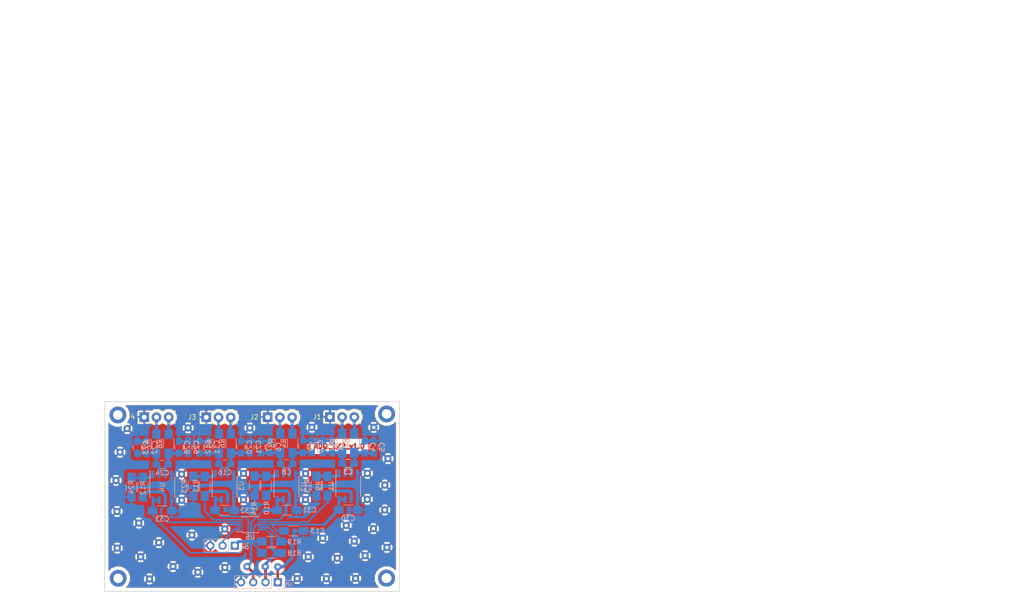
<source format=kicad_pcb>
(kicad_pcb (version 4) (host pcbnew 4.0.7)
  (layers (0 F.Cu signal) (31 B.Cu signal) (34 B.Paste user) (35 F.Paste user) (36 B.SilkS user) (37 F.SilkS user) (38 B.Mask user) (39 F.Mask user) (44 Edge.Cuts user))
  (net 0 "")
  (net 1 +5V)
  (net 2 GND)
  (net 3 "Net-(J1-Pad2)")
  (net 4 "Net-(J2-Pad2)")
  (net 5 "Net-(J3-Pad2)")
  (net 6 "Net-(J4-Pad2)")
  (net 7 "Net-(R11-Pad1)")
  (net 8 "Net-(C10-Pad1)")
  (net 9 "Net-(C11-Pad1)")
  (net 10 "Net-(R12-Pad1)")
  (net 11 "Net-(R13-Pad1)")
  (net 12 "Net-(C1-Pad1)")
  (net 13 "Net-(C3-Pad2)")
  (net 14 "Net-(C6-Pad1)")
  (net 15 "Net-(C16-Pad2)")
  (net 16 "Net-(C22-Pad1)")
  (net 17 "Net-(C24-Pad2)")
  (net 18 AD_SDA)
  (net 19 AD_SCL)
  (net 20 IN_1/5)
  (net 21 "Net-(R10-Pad1)")
  (net 22 IN_2/6)
  (net 23 IN_3/7)
  (net 24 IN_4/8)
  (net 25 "Net-(J1-Pad3)")
  (net 26 "Net-(J2-Pad3)")
  (net 27 "Net-(J3-Pad3)")
  (net 28 "Net-(J4-Pad3)")
  (net 29 AD_ADDR_1/2)
  (module Pin_Headers:Pin_Header_Straight_1x03_Pitch2.54mm (layer B.Cu) (at 145.95 110.8 90)
    (fp_text reference J6 (at 0 2.33 90) (layer B.SilkS) (effects (justify mirror)))
    (fp_text value AD_ADDR_1/2)
    (pad 1 thru_hole rect (at 0 0 90) (size 1.7 1.7) (drill 1) (layers *.Cu *.Mask) (net 1 +5V))
    (pad 2 thru_hole oval (at 0 -2.54 90) (size 1.7 1.7) (drill 1) (layers *.Cu *.Mask) (net 29 AD_ADDR_1/2))
    (pad 3 thru_hole oval (at 0 -5.08 90) (size 1.7 1.7) (drill 1) (layers *.Cu *.Mask) (net 2 GND))
  )
  (module Pin_Headers:Pin_Header_Straight_1x04_Pitch2.54mm (layer B.Cu) (at 154.862 118.396 90)
    (fp_text reference J5 (at 0 2.33 90) (layer B.SilkS) (effects (justify mirror)))
    (fp_text value CONN_ADQ_1/2)
    (pad 1 thru_hole rect (at 0 0 90) (size 1.7 1.7) (drill 1) (layers *.Cu *.Mask) (net 18 AD_SDA))
    (pad 2 thru_hole oval (at 0 -2.54 90) (size 1.7 1.7) (drill 1) (layers *.Cu *.Mask) (net 19 AD_SCL))
    (pad 3 thru_hole oval (at 0 -5.08 90) (size 1.7 1.7) (drill 1) (layers *.Cu *.Mask) (net 1 +5V))
    (pad 4 thru_hole oval (at 0 -7.62 90) (size 1.7 1.7) (drill 1) (layers *.Cu *.Mask) (net 2 GND))
  )
  (module Capacitors_SMD:C_0805_HandSoldering (layer B.Cu) (at 130.892 93.946)
    (fp_text reference C24 (at 0 1.75) (layer B.SilkS) (effects (justify mirror)))
    (fp_text value 470nF)
    (pad 1 smd rect (at -1.25 0) (size 1.5 1.25) (layers B.Cu B.Paste B.Mask) (net 16 "Net-(C22-Pad1)"))
    (pad 2 smd rect (at 1.25 0) (size 1.5 1.25) (layers B.Cu B.Paste B.Mask) (net 17 "Net-(C24-Pad2)"))
  )
  (module Capacitors_SMD:C_0805_HandSoldering (layer B.Cu) (at 143.862 93.836)
    (fp_text reference C16 (at 0 1.75) (layer B.SilkS) (effects (justify mirror)))
    (fp_text value 470nF)
    (pad 1 smd rect (at -1.25 0) (size 1.5 1.25) (layers B.Cu B.Paste B.Mask) (net 9 "Net-(C11-Pad1)"))
    (pad 2 smd rect (at 1.25 0) (size 1.5 1.25) (layers B.Cu B.Paste B.Mask) (net 15 "Net-(C16-Pad2)"))
  )
  (module Capacitors_SMD:C_0805_HandSoldering (layer B.Cu) (at 138.612 90.336 90)
    (fp_text reference C12 (at 0 1.75 90) (layer B.SilkS) (effects (justify mirror)))
    (fp_text value 470nF)
    (pad 1 smd rect (at -1.25 0 90) (size 1.5 1.25) (layers B.Cu B.Paste B.Mask) (net 9 "Net-(C11-Pad1)"))
    (pad 2 smd rect (at 1.25 0 90) (size 1.5 1.25) (layers B.Cu B.Paste B.Mask) (net 2 GND))
  )
  (module Capacitors_SMD:C_0805_HandSoldering (layer B.Cu) (at 140.482 90.336 90)
    (fp_text reference C11 (at 0 1.75 90) (layer B.SilkS) (effects (justify mirror)))
    (fp_text value 470nF)
    (pad 1 smd rect (at -1.25 0 90) (size 1.5 1.25) (layers B.Cu B.Paste B.Mask) (net 9 "Net-(C11-Pad1)"))
    (pad 2 smd rect (at 1.25 0 90) (size 1.5 1.25) (layers B.Cu B.Paste B.Mask) (net 2 GND))
  )
  (module Capacitors_SMD:C_0805_HandSoldering (layer B.Cu) (at 161.932 90.236 90)
    (fp_text reference C10 (at 0 1.75 90) (layer B.SilkS) (effects (justify mirror)))
    (fp_text value 470nF)
    (pad 1 smd rect (at -1.25 0 90) (size 1.5 1.25) (layers B.Cu B.Paste B.Mask) (net 8 "Net-(C10-Pad1)"))
    (pad 2 smd rect (at 1.25 0 90) (size 1.5 1.25) (layers B.Cu B.Paste B.Mask) (net 2 GND))
  )
  (module Capacitors_SMD:C_0805_HandSoldering (layer B.Cu) (at 160.062 90.236 90)
    (fp_text reference C9 (at 0 1.75 90) (layer B.SilkS) (effects (justify mirror)))
    (fp_text value 470nF)
    (pad 1 smd rect (at -1.25 0 90) (size 1.5 1.25) (layers B.Cu B.Paste B.Mask) (net 8 "Net-(C10-Pad1)"))
    (pad 2 smd rect (at 1.25 0 90) (size 1.5 1.25) (layers B.Cu B.Paste B.Mask) (net 2 GND))
  )
  (module Capacitors_SMD:C_0805_HandSoldering (layer B.Cu) (at 156.682 93.816)
    (fp_text reference C8 (at 0 1.75) (layer B.SilkS) (effects (justify mirror)))
    (fp_text value 470nF)
    (pad 1 smd rect (at -1.25 0) (size 1.5 1.25) (layers B.Cu B.Paste B.Mask) (net 14 "Net-(C6-Pad1)"))
    (pad 2 smd rect (at 1.25 0) (size 1.5 1.25) (layers B.Cu B.Paste B.Mask) (net 8 "Net-(C10-Pad1)"))
  )
  (module Capacitors_SMD:C_0805_HandSoldering (layer B.Cu) (at 151.342 90.336 90)
    (fp_text reference C7 (at 0 1.75 90) (layer B.SilkS) (effects (justify mirror)))
    (fp_text value 470nF)
    (pad 1 smd rect (at -1.25 0 90) (size 1.5 1.25) (layers B.Cu B.Paste B.Mask) (net 14 "Net-(C6-Pad1)"))
    (pad 2 smd rect (at 1.25 0 90) (size 1.5 1.25) (layers B.Cu B.Paste B.Mask) (net 2 GND))
  )
  (module Capacitors_SMD:C_0805_HandSoldering (layer B.Cu) (at 153.252 90.296 90)
    (fp_text reference C6 (at 0 1.75 90) (layer B.SilkS) (effects (justify mirror)))
    (fp_text value 470nF)
    (pad 1 smd rect (at -1.25 0 90) (size 1.5 1.25) (layers B.Cu B.Paste B.Mask) (net 14 "Net-(C6-Pad1)"))
    (pad 2 smd rect (at 1.25 0 90) (size 1.5 1.25) (layers B.Cu B.Paste B.Mask) (net 2 GND))
  )
  (module Capacitors_SMD:C_0805_HandSoldering (layer B.Cu) (at 174.752 90.336 90)
    (fp_text reference C5 (at 0 1.75 90) (layer B.SilkS) (effects (justify mirror)))
    (fp_text value 470nF)
    (pad 1 smd rect (at -1.25 0 90) (size 1.5 1.25) (layers B.Cu B.Paste B.Mask) (net 13 "Net-(C3-Pad2)"))
    (pad 2 smd rect (at 1.25 0 90) (size 1.5 1.25) (layers B.Cu B.Paste B.Mask) (net 2 GND))
  )
  (module Capacitors_SMD:C_0805_HandSoldering (layer B.Cu) (at 172.862 90.316 90)
    (fp_text reference C4 (at 0 1.75 90) (layer B.SilkS) (effects (justify mirror)))
    (fp_text value 470nF)
    (pad 1 smd rect (at -1.25 0 90) (size 1.5 1.25) (layers B.Cu B.Paste B.Mask) (net 13 "Net-(C3-Pad2)"))
    (pad 2 smd rect (at 1.25 0 90) (size 1.5 1.25) (layers B.Cu B.Paste B.Mask) (net 2 GND))
  )
  (module Capacitors_SMD:C_0805_HandSoldering (layer B.Cu) (at 169.462 93.736)
    (fp_text reference C3 (at 0 1.75) (layer B.SilkS) (effects (justify mirror)))
    (fp_text value 470nF)
    (pad 1 smd rect (at -1.25 0) (size 1.5 1.25) (layers B.Cu B.Paste B.Mask) (net 12 "Net-(C1-Pad1)"))
    (pad 2 smd rect (at 1.25 0) (size 1.5 1.25) (layers B.Cu B.Paste B.Mask) (net 13 "Net-(C3-Pad2)"))
  )
  (module Capacitors_SMD:C_0805_HandSoldering (layer B.Cu) (at 164.202 90.236 90)
    (fp_text reference C2 (at 0 1.75 90) (layer B.SilkS) (effects (justify mirror)))
    (fp_text value 470nF)
    (pad 1 smd rect (at -1.25 0 90) (size 1.5 1.25) (layers B.Cu B.Paste B.Mask) (net 12 "Net-(C1-Pad1)"))
    (pad 2 smd rect (at 1.25 0 90) (size 1.5 1.25) (layers B.Cu B.Paste B.Mask) (net 2 GND))
  )
  (module Capacitors_SMD:C_0805_HandSoldering (layer B.Cu) (at 166.112 90.256 90)
    (fp_text reference C1 (at 0 1.75 90) (layer B.SilkS) (effects (justify mirror)))
    (fp_text value 470nF)
    (pad 1 smd rect (at -1.25 0 90) (size 1.5 1.25) (layers B.Cu B.Paste B.Mask) (net 12 "Net-(C1-Pad1)"))
    (pad 2 smd rect (at 1.25 0 90) (size 1.5 1.25) (layers B.Cu B.Paste B.Mask) (net 2 GND))
  )
  (module Mounting_Holes:MountingHole_4mm_Pad (layer F.Cu) (at 177.422 117.546)
    (fp_text reference REF** hide)
    (fp_text value MountingHole_4mm_Pad hide)
    (pad 1 thru_hole circle (at 0 0) (size 3.5 3.5) (drill 2) (layers *.Cu *.Mask))
  )
  (module Pin_Headers:Pin_Header_Straight_1x03_Pitch2.54mm (layer F.Cu) (at 127.152 84.126 90)
    (fp_text reference J4 (at 0.12 -2.76 180) (layer F.SilkS))
    (fp_text value IN_4/8)
    (pad 1 thru_hole rect (at 0 0 90) (size 2 2) (drill 1) (layers *.Cu *.Mask) (net 2 GND))
    (pad 2 thru_hole circle (at 0 2.54 90) (size 2 2) (drill 1) (layers *.Cu *.Mask) (net 6 "Net-(J4-Pad2)"))
    (pad 3 thru_hole circle (at 0 5.08 90) (size 2 2) (drill 1) (layers *.Cu *.Mask) (net 28 "Net-(J4-Pad3)"))
  )
  (module Pin_Headers:Pin_Header_Straight_1x03_Pitch2.54mm (layer F.Cu) (at 140.022 84.146 90)
    (fp_text reference J3 (at 0.01 -2.94 180) (layer F.SilkS))
    (fp_text value IN_3/7)
    (pad 1 thru_hole rect (at 0 0 90) (size 2 2) (drill 1) (layers *.Cu *.Mask) (net 2 GND))
    (pad 2 thru_hole circle (at 0 2.54 90) (size 2 2) (drill 1) (layers *.Cu *.Mask) (net 5 "Net-(J3-Pad2)"))
    (pad 3 thru_hole circle (at 0 5.08 90) (size 2 2) (drill 1) (layers *.Cu *.Mask) (net 27 "Net-(J3-Pad3)"))
  )
  (module Pin_Headers:Pin_Header_Straight_1x03_Pitch2.54mm (layer F.Cu) (at 152.762 84.146 90)
    (fp_text reference J2 (at 0.02 -2.77 180) (layer F.SilkS))
    (fp_text value IN_2/6)
    (pad 1 thru_hole rect (at 0 0 90) (size 2 2) (drill 1) (layers *.Cu *.Mask) (net 2 GND))
    (pad 2 thru_hole circle (at 0 2.54 90) (size 2 2) (drill 1) (layers *.Cu *.Mask) (net 4 "Net-(J2-Pad2)"))
    (pad 3 thru_hole circle (at 0 5.08 90) (size 2 2) (drill 1) (layers *.Cu *.Mask) (net 26 "Net-(J2-Pad3)"))
  )
  (module Pin_Headers:Pin_Header_Straight_1x03_Pitch2.54mm (layer F.Cu) (at 165.672 84.086 90)
    (fp_text reference J1 (at 0.01 -2.65 180) (layer F.SilkS))
    (fp_text value IN_1/5)
    (pad 1 thru_hole rect (at 0 0 90) (size 2 2) (drill 1) (layers *.Cu *.Mask) (net 2 GND))
    (pad 2 thru_hole circle (at 0 2.54 90) (size 2 2) (drill 1) (layers *.Cu *.Mask) (net 3 "Net-(J1-Pad2)"))
    (pad 3 thru_hole circle (at 0 5.08 90) (size 2 2) (drill 1) (layers *.Cu *.Mask) (net 25 "Net-(J1-Pad3)"))
  )
  (module Capacitors_SMD:C_1206_HandSoldering (layer B.Cu) (at 156.762 103.446)
    (fp_text reference C31 (at 4.7 -0.05) (layer B.SilkS) (effects (justify mirror)))
    (fp_text value 0.01uF)
    (pad 1 smd rect (at -2 0) (size 2 1.6) (layers B.Cu B.Paste B.Mask) (net 1 +5V))
    (pad 2 smd rect (at 2 0) (size 2 1.6) (layers B.Cu B.Paste B.Mask) (net 2 GND))
  )
  (module Resistors_SMD:R_1206_HandSoldering (layer B.Cu) (at 124.492 98.656 270)
    (fp_text reference R24 (at 0 0.05 270) (layer B.SilkS) (effects (justify mirror)))
    (fp_text value 1k)
    (pad 1 smd rect (at -2 0 270) (size 2 1.7) (layers B.Cu B.Paste B.Mask) (net 10 "Net-(R12-Pad1)"))
    (pad 2 smd rect (at 2 0 270) (size 2 1.7) (layers B.Cu B.Paste B.Mask) (net 2 GND))
  )
  (module Resistors_SMD:R_1206_HandSoldering (layer B.Cu) (at 137.322 98.446 270)
    (fp_text reference R23 (at 0 1.85 270) (layer B.SilkS) (effects (justify mirror)))
    (fp_text value 1k)
    (pad 1 smd rect (at -2 0 270) (size 2 1.7) (layers B.Cu B.Paste B.Mask) (net 7 "Net-(R11-Pad1)"))
    (pad 2 smd rect (at 2 0 270) (size 2 1.7) (layers B.Cu B.Paste B.Mask) (net 2 GND))
  )
  (module Housings_SOIC:SOIC-8_3.9x4.9mm_Pitch1.27mm (layer B.Cu) (at 130.892 98.656 270)
    (fp_text reference U4 (at 0 0 270) (layer B.SilkS) (effects (justify mirror)))
    (fp_text value MCP6N11)
    (pad 1 smd rect (at -2.7 1.905 270) (size 1.55 0.6) (layers B.Cu B.Paste B.Mask) (net 10 "Net-(R12-Pad1)"))
    (pad 2 smd rect (at -2.7 0.635 270) (size 1.55 0.6) (layers B.Cu B.Paste B.Mask) (net 16 "Net-(C22-Pad1)"))
    (pad 3 smd rect (at -2.7 -0.635 270) (size 1.55 0.6) (layers B.Cu B.Paste B.Mask) (net 17 "Net-(C24-Pad2)"))
    (pad 4 smd rect (at -2.7 -1.905 270) (size 1.55 0.6) (layers B.Cu B.Paste B.Mask) (net 2 GND))
    (pad 5 smd rect (at 2.7 -1.905 270) (size 1.55 0.6) (layers B.Cu B.Paste B.Mask) (net 2 GND))
    (pad 6 smd rect (at 2.7 -0.635 270) (size 1.55 0.6) (layers B.Cu B.Paste B.Mask) (net 24 IN_4/8))
    (pad 7 smd rect (at 2.7 0.635 270) (size 1.55 0.6) (layers B.Cu B.Paste B.Mask) (net 1 +5V))
    (pad 8 smd rect (at 2.7 1.905 270) (size 1.55 0.6) (layers B.Cu B.Paste B.Mask) (net 1 +5V))
  )
  (module Housings_SOIC:SOIC-8_3.9x4.9mm_Pitch1.27mm (layer B.Cu) (at 143.822 98.546 270)
    (fp_text reference U3 (at -0.15 -3.5 270) (layer B.SilkS) (effects (justify mirror)))
    (fp_text value MCP6N11)
    (pad 1 smd rect (at -2.7 1.905 270) (size 1.55 0.6) (layers B.Cu B.Paste B.Mask) (net 7 "Net-(R11-Pad1)"))
    (pad 2 smd rect (at -2.7 0.635 270) (size 1.55 0.6) (layers B.Cu B.Paste B.Mask) (net 9 "Net-(C11-Pad1)"))
    (pad 3 smd rect (at -2.7 -0.635 270) (size 1.55 0.6) (layers B.Cu B.Paste B.Mask) (net 15 "Net-(C16-Pad2)"))
    (pad 4 smd rect (at -2.7 -1.905 270) (size 1.55 0.6) (layers B.Cu B.Paste B.Mask) (net 2 GND))
    (pad 5 smd rect (at 2.7 -1.905 270) (size 1.55 0.6) (layers B.Cu B.Paste B.Mask) (net 2 GND))
    (pad 6 smd rect (at 2.7 -0.635 270) (size 1.55 0.6) (layers B.Cu B.Paste B.Mask) (net 23 IN_3/7))
    (pad 7 smd rect (at 2.7 0.635 270) (size 1.55 0.6) (layers B.Cu B.Paste B.Mask) (net 1 +5V))
    (pad 8 smd rect (at 2.7 1.905 270) (size 1.55 0.6) (layers B.Cu B.Paste B.Mask) (net 1 +5V))
  )
  (module Resistors_SMD:R_1206_HandSoldering (layer B.Cu) (at 153.562 109.946 180)
    (fp_text reference R19 (at -4.75 -0.05 180) (layer B.SilkS) (effects (justify mirror)))
    (fp_text value 22k)
    (pad 1 smd rect (at -2 0 180) (size 2 1.7) (layers B.Cu B.Paste B.Mask) (net 18 AD_SDA))
    (pad 2 smd rect (at 2 0 180) (size 2 1.7) (layers B.Cu B.Paste B.Mask) (net 1 +5V))
  )
  (module Resistors_SMD:R_1206_HandSoldering (layer B.Cu) (at 153.562 112.346 180)
    (fp_text reference R18 (at -4.75 0 180) (layer B.SilkS) (effects (justify mirror)))
    (fp_text value 22k)
    (pad 1 smd rect (at -2 0 180) (size 2 1.7) (layers B.Cu B.Paste B.Mask) (net 19 AD_SCL))
    (pad 2 smd rect (at 2 0 180) (size 2 1.7) (layers B.Cu B.Paste B.Mask) (net 1 +5V))
  )
  (module Resistors_SMD:R_1206_HandSoldering (layer B.Cu) (at 150.062 98.346 270)
    (fp_text reference R14 (at 4.8 0.05 270) (layer B.SilkS) (effects (justify mirror)))
    (fp_text value 1k)
    (pad 1 smd rect (at -2 0 270) (size 2 1.7) (layers B.Cu B.Paste B.Mask) (net 21 "Net-(R10-Pad1)"))
    (pad 2 smd rect (at 2 0 270) (size 2 1.7) (layers B.Cu B.Paste B.Mask) (net 2 GND))
  )
  (module Resistors_SMD:R_1206_HandSoldering (layer B.Cu) (at 162.872 98.386 270)
    (fp_text reference R13 (at 0 1.85 270) (layer B.SilkS) (effects (justify mirror)))
    (fp_text value 1k)
    (pad 1 smd rect (at -2 0 270) (size 2 1.7) (layers B.Cu B.Paste B.Mask) (net 11 "Net-(R13-Pad1)"))
    (pad 2 smd rect (at 2 0 270) (size 2 1.7) (layers B.Cu B.Paste B.Mask) (net 2 GND))
  )
  (module Resistors_SMD:R_1206_HandSoldering (layer B.Cu) (at 126.892 98.656 270)
    (fp_text reference R12 (at 0.2 0 270) (layer B.SilkS) (effects (justify mirror)))
    (fp_text value 100k)
    (pad 1 smd rect (at -2 0 270) (size 2 1.7) (layers B.Cu B.Paste B.Mask) (net 10 "Net-(R12-Pad1)"))
    (pad 2 smd rect (at 2 0 270) (size 2 1.7) (layers B.Cu B.Paste B.Mask) (net 24 IN_4/8))
  )
  (module Resistors_SMD:R_1206_HandSoldering (layer B.Cu) (at 139.722 98.446 270)
    (fp_text reference R11 (at 0 1.85 270) (layer B.SilkS) (effects (justify mirror)))
    (fp_text value 100k)
    (pad 1 smd rect (at -2 0 270) (size 2 1.7) (layers B.Cu B.Paste B.Mask) (net 7 "Net-(R11-Pad1)"))
    (pad 2 smd rect (at 2 0 270) (size 2 1.7) (layers B.Cu B.Paste B.Mask) (net 23 IN_3/7))
  )
  (module Resistors_SMD:R_1206_HandSoldering (layer B.Cu) (at 152.462 98.346 270)
    (fp_text reference R10 (at 4.6 -0.1 270) (layer B.SilkS) (effects (justify mirror)))
    (fp_text value 100k)
    (pad 1 smd rect (at -2 0 270) (size 2 1.7) (layers B.Cu B.Paste B.Mask) (net 21 "Net-(R10-Pad1)"))
    (pad 2 smd rect (at 2 0 270) (size 2 1.7) (layers B.Cu B.Paste B.Mask) (net 22 IN_2/6))
  )
  (module Resistors_SMD:R_1206_HandSoldering (layer B.Cu) (at 165.172 98.386 270)
    (fp_text reference R9 (at 0 1.85 270) (layer B.SilkS) (effects (justify mirror)))
    (fp_text value 100k)
    (pad 1 smd rect (at -2 0 270) (size 2 1.7) (layers B.Cu B.Paste B.Mask) (net 11 "Net-(R13-Pad1)"))
    (pad 2 smd rect (at 2 0 270) (size 2 1.7) (layers B.Cu B.Paste B.Mask) (net 20 IN_1/5))
  )
  (module Resistors_SMD:R_1206_HandSoldering (layer B.Cu) (at 132.232 89.636 270)
    (fp_text reference R8 (at 0 1.85 270) (layer B.SilkS) (effects (justify mirror)))
    (fp_text value 22k)
    (pad 1 smd rect (at -2 0 270) (size 2 1.7) (layers B.Cu B.Paste B.Mask) (net 28 "Net-(J4-Pad3)"))
    (pad 2 smd rect (at 2 0 270) (size 2 1.7) (layers B.Cu B.Paste B.Mask) (net 17 "Net-(C24-Pad2)"))
  )
  (module Resistors_SMD:R_1206_HandSoldering (layer B.Cu) (at 129.692 89.636 270)
    (fp_text reference R7 (at 0 1.85 270) (layer B.SilkS) (effects (justify mirror)))
    (fp_text value 22k)
    (pad 1 smd rect (at -2 0 270) (size 2 1.7) (layers B.Cu B.Paste B.Mask) (net 6 "Net-(J4-Pad2)"))
    (pad 2 smd rect (at 2 0 270) (size 2 1.7) (layers B.Cu B.Paste B.Mask) (net 16 "Net-(C22-Pad1)"))
  )
  (module Resistors_SMD:R_1206_HandSoldering (layer B.Cu) (at 145.152 89.586 270)
    (fp_text reference R6 (at 0 1.85 270) (layer B.SilkS) (effects (justify mirror)))
    (fp_text value 22k)
    (pad 1 smd rect (at -2 0 270) (size 2 1.7) (layers B.Cu B.Paste B.Mask) (net 27 "Net-(J3-Pad3)"))
    (pad 2 smd rect (at 2 0 270) (size 2 1.7) (layers B.Cu B.Paste B.Mask) (net 15 "Net-(C16-Pad2)"))
  )
  (module Resistors_SMD:R_1206_HandSoldering (layer B.Cu) (at 142.652 89.586 270)
    (fp_text reference R5 (at 0 1.85 270) (layer B.SilkS) (effects (justify mirror)))
    (fp_text value 22k)
    (pad 1 smd rect (at -2 0 270) (size 2 1.7) (layers B.Cu B.Paste B.Mask) (net 5 "Net-(J3-Pad2)"))
    (pad 2 smd rect (at 2 0 270) (size 2 1.7) (layers B.Cu B.Paste B.Mask) (net 9 "Net-(C11-Pad1)"))
  )
  (module Resistors_SMD:R_1206_HandSoldering (layer B.Cu) (at 157.922 89.546 270)
    (fp_text reference R4 (at 0 1.85 270) (layer B.SilkS) (effects (justify mirror)))
    (fp_text value 22k)
    (pad 1 smd rect (at -2 0 270) (size 2 1.7) (layers B.Cu B.Paste B.Mask) (net 26 "Net-(J2-Pad3)"))
    (pad 2 smd rect (at 2 0 270) (size 2 1.7) (layers B.Cu B.Paste B.Mask) (net 8 "Net-(C10-Pad1)"))
  )
  (module Resistors_SMD:R_1206_HandSoldering (layer B.Cu) (at 170.742 89.526 270)
    (fp_text reference R2 (at 0 1.85 270) (layer B.SilkS) (effects (justify mirror)))
    (fp_text value 22k)
    (pad 1 smd rect (at -2 0 270) (size 2 1.7) (layers B.Cu B.Paste B.Mask) (net 25 "Net-(J1-Pad3)"))
    (pad 2 smd rect (at 2 0 270) (size 2 1.7) (layers B.Cu B.Paste B.Mask) (net 13 "Net-(C3-Pad2)"))
  )
  (module Resistors_SMD:R_1206_HandSoldering (layer B.Cu) (at 168.202 89.506 270)
    (fp_text reference R1 (at 0 1.85 270) (layer B.SilkS) (effects (justify mirror)))
    (fp_text value 22k)
    (pad 1 smd rect (at -2 0 270) (size 2 1.7) (layers B.Cu B.Paste B.Mask) (net 3 "Net-(J1-Pad2)"))
    (pad 2 smd rect (at 2 0 270) (size 2 1.7) (layers B.Cu B.Paste B.Mask) (net 12 "Net-(C1-Pad1)"))
  )
  (module Resistors_SMD:R_1206_HandSoldering (layer B.Cu) (at 155.382 89.546 270)
    (fp_text reference R3 (at 0 1.85 270) (layer B.SilkS) (effects (justify mirror)))
    (fp_text value 22k)
    (pad 1 smd rect (at -2 0 270) (size 2 1.7) (layers B.Cu B.Paste B.Mask) (net 4 "Net-(J2-Pad2)"))
    (pad 2 smd rect (at 2 0 270) (size 2 1.7) (layers B.Cu B.Paste B.Mask) (net 14 "Net-(C6-Pad1)"))
  )
  (module Housings_SOIC:SOIC-8_3.9x4.9mm_Pitch1.27mm (layer B.Cu) (at 169.472 98.486 270)
    (fp_text reference U1 (at 0 3.5 270) (layer B.SilkS) (effects (justify mirror)))
    (fp_text value MCP6N11)
    (pad 1 smd rect (at -2.7 1.905 270) (size 1.55 0.6) (layers B.Cu B.Paste B.Mask) (net 11 "Net-(R13-Pad1)"))
    (pad 2 smd rect (at -2.7 0.635 270) (size 1.55 0.6) (layers B.Cu B.Paste B.Mask) (net 12 "Net-(C1-Pad1)"))
    (pad 3 smd rect (at -2.7 -0.635 270) (size 1.55 0.6) (layers B.Cu B.Paste B.Mask) (net 13 "Net-(C3-Pad2)"))
    (pad 4 smd rect (at -2.7 -1.905 270) (size 1.55 0.6) (layers B.Cu B.Paste B.Mask) (net 2 GND))
    (pad 5 smd rect (at 2.7 -1.905 270) (size 1.55 0.6) (layers B.Cu B.Paste B.Mask) (net 2 GND))
    (pad 6 smd rect (at 2.7 -0.635 270) (size 1.55 0.6) (layers B.Cu B.Paste B.Mask) (net 20 IN_1/5))
    (pad 7 smd rect (at 2.7 0.635 270) (size 1.55 0.6) (layers B.Cu B.Paste B.Mask) (net 1 +5V))
    (pad 8 smd rect (at 2.7 1.905 270) (size 1.55 0.6) (layers B.Cu B.Paste B.Mask) (net 1 +5V))
  )
  (module Housings_SOIC:SOIC-8_3.9x4.9mm_Pitch1.27mm (layer B.Cu) (at 156.662 98.546 270)
    (fp_text reference U2 (at 0 -3.55 270) (layer B.SilkS) (effects (justify mirror)))
    (fp_text value MCP6N11)
    (pad 1 smd rect (at -2.7 1.905 270) (size 1.55 0.6) (layers B.Cu B.Paste B.Mask) (net 21 "Net-(R10-Pad1)"))
    (pad 2 smd rect (at -2.7 0.635 270) (size 1.55 0.6) (layers B.Cu B.Paste B.Mask) (net 14 "Net-(C6-Pad1)"))
    (pad 3 smd rect (at -2.7 -0.635 270) (size 1.55 0.6) (layers B.Cu B.Paste B.Mask) (net 8 "Net-(C10-Pad1)"))
    (pad 4 smd rect (at -2.7 -1.905 270) (size 1.55 0.6) (layers B.Cu B.Paste B.Mask) (net 2 GND))
    (pad 5 smd rect (at 2.7 -1.905 270) (size 1.55 0.6) (layers B.Cu B.Paste B.Mask) (net 2 GND))
    (pad 6 smd rect (at 2.7 -0.635 270) (size 1.55 0.6) (layers B.Cu B.Paste B.Mask) (net 22 IN_2/6))
    (pad 7 smd rect (at 2.7 0.635 270) (size 1.55 0.6) (layers B.Cu B.Paste B.Mask) (net 1 +5V))
    (pad 8 smd rect (at 2.7 1.905 270) (size 1.55 0.6) (layers B.Cu B.Paste B.Mask) (net 1 +5V))
  )
  (module Measurement_Points:Measurement_Point_Round-TH_Big (layer F.Cu) (at 143.862 107.346)
    (fp_text reference TP1 hide)
    (fp_text value TEST hide)
    (pad 1 thru_hole circle (at 0 0) (size 1.5 1.5) (drill 0.7) (layers *.Cu *.Mask) (net 2 GND))
  )
  (module Capacitors_SMD:C_0805_HandSoldering (layer B.Cu) (at 136.252 90.346 90)
    (fp_text reference C29 (at 0 1.75 90) (layer B.SilkS) (effects (justify mirror)))
    (fp_text value 470nF)
    (pad 1 smd rect (at -1.25 0 90) (size 1.5 1.25) (layers B.Cu B.Paste B.Mask) (net 17 "Net-(C24-Pad2)"))
    (pad 2 smd rect (at 1.25 0 90) (size 1.5 1.25) (layers B.Cu B.Paste B.Mask) (net 2 GND))
  )
  (module Measurement_Points:Measurement_Point_Round-TH_Big (layer F.Cu) (at 147.752 101.256)
    (fp_text reference TP1 hide)
    (fp_text value TEST hide)
    (pad 1 thru_hole circle (at 0 0) (size 1.5 1.5) (drill 0.7) (layers *.Cu *.Mask) (net 2 GND))
  )
  (module Measurement_Points:Measurement_Point_Round-TH_Big (layer F.Cu) (at 160.632 95.836)
    (fp_text reference TP1 hide)
    (fp_text value TEST hide)
    (pad 1 thru_hole circle (at 0 0) (size 1.5 1.5) (drill 0.7) (layers *.Cu *.Mask) (net 2 GND))
  )
  (module Measurement_Points:Measurement_Point_Round-TH_Big (layer F.Cu) (at 173.452 95.786)
    (fp_text reference TP1 hide)
    (fp_text value TEST hide)
    (pad 1 thru_hole circle (at 0 0) (size 1.5 1.5) (drill 0.7) (layers *.Cu *.Mask) (net 2 GND))
  )
  (module Measurement_Points:Measurement_Point_Round-TH_Big (layer F.Cu) (at 173.432 101.186)
    (fp_text reference TP1 hide)
    (fp_text value TEST hide)
    (pad 1 thru_hole circle (at 0 0) (size 1.5 1.5) (drill 0.7) (layers *.Cu *.Mask) (net 2 GND))
  )
  (module Measurement_Points:Measurement_Point_Round-TH_Big (layer F.Cu) (at 147.762 95.816)
    (fp_text reference TP1 hide)
    (fp_text value TEST hide)
    (pad 1 thru_hole circle (at 0 0) (size 1.5 1.5) (drill 0.7) (layers *.Cu *.Mask) (net 2 GND))
  )
  (module Measurement_Points:Measurement_Point_Round-TH_Big (layer F.Cu) (at 160.622 101.236)
    (fp_text reference TP1 hide)
    (fp_text value TEST hide)
    (pad 1 thru_hole circle (at 0 0) (size 1.5 1.5) (drill 0.7) (layers *.Cu *.Mask) (net 2 GND))
  )
  (module Measurement_Points:Measurement_Point_Round-TH_Big (layer F.Cu) (at 121.512 103.706)
    (fp_text reference TP1 hide)
    (fp_text value TEST hide)
    (pad 1 thru_hole circle (at 0 0) (size 1.5 1.5) (drill 0.7) (layers *.Cu *.Mask) (net 2 GND))
  )
  (module Measurement_Points:Measurement_Point_Round-TH_Big (layer F.Cu) (at 174.772 86.246)
    (fp_text reference TP1 hide)
    (fp_text value TEST hide)
    (pad 1 thru_hole circle (at 0 0) (size 1.5 1.5) (drill 0.7) (layers *.Cu *.Mask) (net 2 GND))
  )
  (module Measurement_Points:Measurement_Point_Round-TH_Big (layer F.Cu) (at 161.942 86.226)
    (fp_text reference TP1 hide)
    (fp_text value TEST hide)
    (pad 1 thru_hole circle (at 0 0) (size 1.5 1.5) (drill 0.7) (layers *.Cu *.Mask) (net 2 GND))
  )
  (module Measurement_Points:Measurement_Point_Round-TH_Big (layer F.Cu) (at 149.062 86.366)
    (fp_text reference TP1 hide)
    (fp_text value TEST hide)
    (pad 1 thru_hole circle (at 0 0) (size 1.5 1.5) (drill 0.7) (layers *.Cu *.Mask) (net 2 GND))
  )
  (module Measurement_Points:Measurement_Point_Round-TH_Big (layer F.Cu) (at 136.262 86.346)
    (fp_text reference TP1 hide)
    (fp_text value TEST hide)
    (pad 1 thru_hole circle (at 0 0) (size 1.5 1.5) (drill 0.7) (layers *.Cu *.Mask) (net 2 GND))
  )
  (module Measurement_Points:Measurement_Point_Round-TH_Big (layer F.Cu) (at 123.602 86.496)
    (fp_text reference TP1 hide)
    (fp_text value TEST hide)
    (pad 1 thru_hole circle (at 0 0) (size 1.5 1.5) (drill 0.7) (layers *.Cu *.Mask) (net 2 GND))
  )
  (module Measurement_Points:Measurement_Point_Round-TH_Big (layer F.Cu) (at 137.052 108.606)
    (fp_text reference TP1 hide)
    (fp_text value TEST hide)
    (pad 1 thru_hole circle (at 0 0) (size 1.5 1.5) (drill 0.7) (layers *.Cu *.Mask) (net 2 GND))
  )
  (module Measurement_Points:Measurement_Point_Round-TH_Big (layer F.Cu) (at 133.132 115.126)
    (fp_text reference TP1 hide)
    (fp_text value TEST hide)
    (pad 1 thru_hole circle (at 0 0) (size 1.5 1.5) (drill 0.7) (layers *.Cu *.Mask) (net 2 GND))
  )
  (module Measurement_Points:Measurement_Point_Round-TH_Big (layer F.Cu) (at 130.162 110.176)
    (fp_text reference TP1 hide)
    (fp_text value TEST hide)
    (pad 1 thru_hole circle (at 0 0) (size 1.5 1.5) (drill 0.7) (layers *.Cu *.Mask) (net 2 GND))
  )
  (module Measurement_Points:Measurement_Point_Round-TH_Big (layer F.Cu) (at 126.012 106.116)
    (fp_text reference TP1 hide)
    (fp_text value TEST hide)
    (pad 1 thru_hole circle (at 0 0) (size 1.5 1.5) (drill 0.7) (layers *.Cu *.Mask) (net 2 GND))
  )
  (module Measurement_Points:Measurement_Point_Round-TH_Big (layer F.Cu) (at 121.552 111.316)
    (fp_text reference TP1 hide)
    (fp_text value TEST hide)
    (pad 1 thru_hole circle (at 0 0) (size 1.5 1.5) (drill 0.7) (layers *.Cu *.Mask) (net 2 GND))
  )
  (module Measurement_Points:Measurement_Point_Round-TH_Big (layer F.Cu) (at 126.422 113.106)
    (fp_text reference TP1 hide)
    (fp_text value TEST hide)
    (pad 1 thru_hole circle (at 0 0) (size 1.5 1.5) (drill 0.7) (layers *.Cu *.Mask) (net 2 GND))
  )
  (module Measurement_Points:Measurement_Point_Round-TH_Big (layer F.Cu) (at 164.182 109.256)
    (fp_text reference TP1 hide)
    (fp_text value TEST hide)
    (pad 1 thru_hole circle (at 0 0) (size 1.5 1.5) (drill 0.7) (layers *.Cu *.Mask) (net 2 GND))
  )
  (module Measurement_Points:Measurement_Point_Round-TH_Big (layer F.Cu) (at 169.062 106.596)
    (fp_text reference TP1 hide)
    (fp_text value TEST hide)
    (pad 1 thru_hole circle (at 0 0) (size 1.5 1.5) (drill 0.7) (layers *.Cu *.Mask) (net 2 GND))
  )
  (module Measurement_Points:Measurement_Point_Round-TH_Big (layer F.Cu) (at 174.702 107.276)
    (fp_text reference TP1 hide)
    (fp_text value TEST hide)
    (pad 1 thru_hole circle (at 0 0) (size 1.5 1.5) (drill 0.7) (layers *.Cu *.Mask) (net 2 GND))
  )
  (module Measurement_Points:Measurement_Point_Round-TH_Big (layer F.Cu) (at 122.132 91.386)
    (fp_text reference TP1 hide)
    (fp_text value TEST hide)
    (pad 1 thru_hole circle (at 0 0) (size 1.5 1.5) (drill 0.7) (layers *.Cu *.Mask) (net 2 GND))
  )
  (module Measurement_Points:Measurement_Point_Round-TH_Big (layer F.Cu) (at 121.292 97.256)
    (fp_text reference TP1 hide)
    (fp_text value TEST hide)
    (pad 1 thru_hole circle (at 0 0) (size 1.5 1.5) (drill 0.7) (layers *.Cu *.Mask) (net 2 GND))
  )
  (module Measurement_Points:Measurement_Point_Round-TH_Big (layer F.Cu) (at 171.002 117.606)
    (fp_text reference TP1 hide)
    (fp_text value TEST hide)
    (pad 1 thru_hole circle (at 0 0) (size 1.5 1.5) (drill 0.7) (layers *.Cu *.Mask) (net 2 GND))
  )
  (module Measurement_Points:Measurement_Point_Round-TH_Big (layer F.Cu) (at 172.982 112.876)
    (fp_text reference TP1 hide)
    (fp_text value TEST hide)
    (pad 1 thru_hole circle (at 0 0) (size 1.5 1.5) (drill 0.7) (layers *.Cu *.Mask) (net 2 GND))
  )
  (module Measurement_Points:Measurement_Point_Round-TH_Big (layer F.Cu) (at 177.512 111.166)
    (fp_text reference TP1 hide)
    (fp_text value TEST hide)
    (pad 1 thru_hole circle (at 0 0) (size 1.5 1.5) (drill 0.7) (layers *.Cu *.Mask) (net 2 GND))
  )
  (module Measurement_Points:Measurement_Point_Round-TH_Big (layer F.Cu) (at 167.192 113.416)
    (fp_text reference TP1 hide)
    (fp_text value TEST hide)
    (pad 1 thru_hole circle (at 0 0) (size 1.5 1.5) (drill 0.7) (layers *.Cu *.Mask) (net 2 GND))
  )
  (module Measurement_Points:Measurement_Point_Round-TH_Big (layer F.Cu) (at 177.072 98.226)
    (fp_text reference TP1 hide)
    (fp_text value TEST hide)
    (pad 1 thru_hole circle (at 0 0) (size 1.5 1.5) (drill 0.7) (layers *.Cu *.Mask) (net 2 GND))
  )
  (module Measurement_Points:Measurement_Point_Round-TH_Big (layer F.Cu) (at 177.712 92.736)
    (fp_text reference TP1 hide)
    (fp_text value TEST hide)
    (pad 1 thru_hole circle (at 0 0) (size 1.5 1.5) (drill 0.7) (layers *.Cu *.Mask) (net 2 GND))
  )
  (module Mounting_Holes:MountingHole_4mm_Pad (layer F.Cu) (at 177.442 83.456)
    (fp_text reference REF** hide)
    (fp_text value MountingHole_4mm_Pad hide)
    (pad 1 thru_hole circle (at 0 0) (size 3.5 3.5) (drill 2) (layers *.Cu *.Mask))
  )
  (module Mounting_Holes:MountingHole_4mm_Pad (layer F.Cu) (at 121.682 83.666)
    (fp_text reference REF** hide)
    (fp_text value MountingHole_4mm_Pad hide)
    (pad 1 thru_hole circle (at 0 0) (size 3.5 3.5) (drill 2) (layers *.Cu *.Mask))
  )
  (module Measurement_Points:Measurement_Point_Round-TH_Big (layer F.Cu) (at 170.732 109.866)
    (fp_text reference TP1 hide)
    (fp_text value TEST hide)
    (pad 1 thru_hole circle (at 0 0) (size 1.5 1.5) (drill 0.7) (layers *.Cu *.Mask) (net 2 GND))
  )
  (module Measurement_Points:Measurement_Point_Round-TH_Big (layer F.Cu) (at 177.062 103.386)
    (fp_text reference TP1 hide)
    (fp_text value TEST hide)
    (pad 1 thru_hole circle (at 0 0) (size 1.5 1.5) (drill 0.7) (layers *.Cu *.Mask) (net 2 GND))
  )
  (module Measurement_Points:Measurement_Point_Round-TH_Big (layer F.Cu) (at 164.182 109.256)
    (fp_text reference TP1 hide)
    (fp_text value TEST hide)
    (pad 1 thru_hole circle (at 0 0) (size 1.5 1.5) (drill 0.7) (layers *.Cu *.Mask) (net 2 GND))
  )
  (module Measurement_Points:Measurement_Point_Round-TH_Big (layer F.Cu) (at 161.182 113.106)
    (fp_text reference TP1 hide)
    (fp_text value TEST hide)
    (pad 1 thru_hole circle (at 0 0) (size 1.5 1.5) (drill 0.7) (layers *.Cu *.Mask) (net 2 GND))
  )
  (module Measurement_Points:Measurement_Point_Round-TH_Big (layer F.Cu) (at 158.892 117.636)
    (fp_text reference TP1 hide)
    (fp_text value TEST hide)
    (pad 1 thru_hole circle (at 0 0) (size 1.5 1.5) (drill 0.7) (layers *.Cu *.Mask) (net 2 GND))
  )
  (module Measurement_Points:Measurement_Point_Round-TH_Big (layer F.Cu) (at 128.252 117.716)
    (fp_text reference TP1 hide)
    (fp_text value TEST hide)
    (pad 1 thru_hole circle (at 0 0) (size 1.5 1.5) (drill 0.7) (layers *.Cu *.Mask) (net 2 GND))
  )
  (module Measurement_Points:Measurement_Point_Round-TH_Big (layer F.Cu) (at 134.912 95.956)
    (fp_text reference TP1 hide)
    (fp_text value TEST hide)
    (pad 1 thru_hole circle (at 0 0) (size 1.5 1.5) (drill 0.7) (layers *.Cu *.Mask) (net 2 GND))
  )
  (module Measurement_Points:Measurement_Point_Round-TH_Big (layer F.Cu) (at 134.922 101.366)
    (fp_text reference TP1 hide)
    (fp_text value TEST hide)
    (pad 1 thru_hole circle (at 0 0) (size 1.5 1.5) (drill 0.7) (layers *.Cu *.Mask) (net 2 GND))
  )
  (module Measurement_Points:Measurement_Point_Round-TH_Big (layer F.Cu) (at 173.452 95.786)
    (fp_text reference TP1 hide)
    (fp_text value TEST hide)
    (pad 1 thru_hole circle (at 0 0) (size 1.5 1.5) (drill 0.7) (layers *.Cu *.Mask) (net 2 GND))
  )
  (module Capacitors_SMD:C_0805_HandSoldering (layer B.Cu) (at 136.252 90.346 90)
    (fp_text reference C29 (at 0 1.75 90) (layer B.SilkS) (effects (justify mirror)))
    (fp_text value 470nF)
    (pad 1 smd rect (at -1.25 0 90) (size 1.5 1.25) (layers B.Cu B.Paste B.Mask) (net 17 "Net-(C24-Pad2)"))
    (pad 2 smd rect (at 1.25 0 90) (size 1.5 1.25) (layers B.Cu B.Paste B.Mask) (net 2 GND))
  )
  (module Capacitors_SMD:C_1206_HandSoldering (layer B.Cu) (at 130.892 103.556)
    (fp_text reference C33 (at 0 1.75) (layer B.SilkS) (effects (justify mirror)))
    (fp_text value 0.01uF)
    (pad 1 smd rect (at -2 0) (size 2 1.6) (layers B.Cu B.Paste B.Mask) (net 1 +5V))
    (pad 2 smd rect (at 2 0) (size 2 1.6) (layers B.Cu B.Paste B.Mask) (net 2 GND))
  )
  (module Mounting_Holes:MountingHole_4mm_Pad (layer F.Cu) (at 121.752 117.576)
    (fp_text reference REF** hide)
    (fp_text value MountingHole_4mm_Pad hide)
    (pad 1 thru_hole circle (at 0 0) (size 3.5 3.5) (drill 2) (layers *.Cu *.Mask))
  )
  (module Measurement_Points:Measurement_Point_Round-TH_Big (layer F.Cu) (at 138.282 116.316)
    (fp_text reference TP1 hide)
    (fp_text value TEST hide)
    (pad 1 thru_hole circle (at 0 0) (size 1.5 1.5) (drill 0.7) (layers *.Cu *.Mask) (net 2 GND))
  )
  (module Resistors_SMD:R_1206_HandSoldering (layer B.Cu) (at 168.202 89.506 270)
    (fp_text reference R1 (at 0 1.85 270) (layer B.SilkS) (effects (justify mirror)))
    (fp_text value 22k)
    (pad 1 smd rect (at -2 0 270) (size 2 1.7) (layers B.Cu B.Paste B.Mask) (net 3 "Net-(J1-Pad2)"))
    (pad 2 smd rect (at 2 0 270) (size 2 1.7) (layers B.Cu B.Paste B.Mask) (net 12 "Net-(C1-Pad1)"))
  )
  (module Resistors_SMD:R_1206_HandSoldering (layer B.Cu) (at 170.742 89.526 270)
    (fp_text reference R2 (at 0 1.85 270) (layer B.SilkS) (effects (justify mirror)))
    (fp_text value 22k)
    (pad 1 smd rect (at -2 0 270) (size 2 1.7) (layers B.Cu B.Paste B.Mask) (net 25 "Net-(J1-Pad3)"))
    (pad 2 smd rect (at 2 0 270) (size 2 1.7) (layers B.Cu B.Paste B.Mask) (net 13 "Net-(C3-Pad2)"))
  )
  (module Capacitors_SMD:C_1206_HandSoldering (layer B.Cu) (at 143.822 103.446)
    (fp_text reference C32 (at 4.7 0.1) (layer B.SilkS) (effects (justify mirror)))
    (fp_text value 0.01uF)
    (pad 1 smd rect (at -2 0) (size 2 1.6) (layers B.Cu B.Paste B.Mask) (net 1 +5V))
    (pad 2 smd rect (at 2 0) (size 2 1.6) (layers B.Cu B.Paste B.Mask) (net 2 GND))
  )
  (module Mounting_Holes:MountingHole_4mm_Pad (layer F.Cu) (at 177.422 117.546)
    (fp_text reference REF** hide)
    (fp_text value MountingHole_4mm_Pad hide)
    (pad 1 thru_hole circle (at 0 0) (size 3.5 3.5) (drill 2) (layers *.Cu *.Mask))
  )
  (module Capacitors_SMD:C_0805_HandSoldering (layer B.Cu) (at 166.112 90.256 90)
    (fp_text reference C1 (at 0 1.75 90) (layer B.SilkS) (effects (justify mirror)))
    (fp_text value 470nF)
    (pad 1 smd rect (at -1.25 0 90) (size 1.5 1.25) (layers B.Cu B.Paste B.Mask) (net 12 "Net-(C1-Pad1)"))
    (pad 2 smd rect (at 1.25 0 90) (size 1.5 1.25) (layers B.Cu B.Paste B.Mask) (net 2 GND))
  )
  (module Capacitors_SMD:C_0805_HandSoldering (layer B.Cu) (at 169.462 93.736)
    (fp_text reference C3 (at 0 1.75) (layer B.SilkS) (effects (justify mirror)))
    (fp_text value 470nF)
    (pad 1 smd rect (at -1.25 0) (size 1.5 1.25) (layers B.Cu B.Paste B.Mask) (net 12 "Net-(C1-Pad1)"))
    (pad 2 smd rect (at 1.25 0) (size 1.5 1.25) (layers B.Cu B.Paste B.Mask) (net 13 "Net-(C3-Pad2)"))
  )
  (module Capacitors_SMD:C_0805_HandSoldering (layer B.Cu) (at 172.862 90.316 90)
    (fp_text reference C4 (at 0 1.75 90) (layer B.SilkS) (effects (justify mirror)))
    (fp_text value 470nF)
    (pad 1 smd rect (at -1.25 0 90) (size 1.5 1.25) (layers B.Cu B.Paste B.Mask) (net 13 "Net-(C3-Pad2)"))
    (pad 2 smd rect (at 1.25 0 90) (size 1.5 1.25) (layers B.Cu B.Paste B.Mask) (net 2 GND))
  )
  (module Capacitors_SMD:C_0805_HandSoldering (layer B.Cu) (at 174.752 90.336 90)
    (fp_text reference C5 (at 0 1.75 90) (layer B.SilkS) (effects (justify mirror)))
    (fp_text value 470nF)
    (pad 1 smd rect (at -1.25 0 90) (size 1.5 1.25) (layers B.Cu B.Paste B.Mask) (net 13 "Net-(C3-Pad2)"))
    (pad 2 smd rect (at 1.25 0 90) (size 1.5 1.25) (layers B.Cu B.Paste B.Mask) (net 2 GND))
  )
  (module Capacitors_SMD:C_0805_HandSoldering (layer B.Cu) (at 147.222 90.336 90)
    (fp_text reference C20 (at 0 1.75 90) (layer B.SilkS) (effects (justify mirror)))
    (fp_text value 470nF)
    (pad 1 smd rect (at -1.25 0 90) (size 1.5 1.25) (layers B.Cu B.Paste B.Mask) (net 15 "Net-(C16-Pad2)"))
    (pad 2 smd rect (at 1.25 0 90) (size 1.5 1.25) (layers B.Cu B.Paste B.Mask) (net 2 GND))
  )
  (module Capacitors_SMD:C_0805_HandSoldering (layer B.Cu) (at 127.562 90.406 90)
    (fp_text reference C22 (at 0 1.75 90) (layer B.SilkS) (effects (justify mirror)))
    (fp_text value 470nF)
    (pad 1 smd rect (at -1.25 0 90) (size 1.5 1.25) (layers B.Cu B.Paste B.Mask) (net 16 "Net-(C22-Pad1)"))
    (pad 2 smd rect (at 1.25 0 90) (size 1.5 1.25) (layers B.Cu B.Paste B.Mask) (net 2 GND))
  )
  (module Capacitors_SMD:C_0805_HandSoldering (layer B.Cu) (at 125.692 90.406 90)
    (fp_text reference C23 (at 0 1.75 90) (layer B.SilkS) (effects (justify mirror)))
    (fp_text value 470nF)
    (pad 1 smd rect (at -1.25 0 90) (size 1.5 1.25) (layers B.Cu B.Paste B.Mask) (net 16 "Net-(C22-Pad1)"))
    (pad 2 smd rect (at 1.25 0 90) (size 1.5 1.25) (layers B.Cu B.Paste B.Mask) (net 2 GND))
  )
  (module Capacitors_SMD:C_0805_HandSoldering (layer B.Cu) (at 134.332 90.366 90)
    (fp_text reference C28 (at 0 1.75 90) (layer B.SilkS) (effects (justify mirror)))
    (fp_text value 470nF)
    (pad 1 smd rect (at -1.25 0 90) (size 1.5 1.25) (layers B.Cu B.Paste B.Mask) (net 17 "Net-(C24-Pad2)"))
    (pad 2 smd rect (at 1.25 0 90) (size 1.5 1.25) (layers B.Cu B.Paste B.Mask) (net 2 GND))
  )
  (module Capacitors_SMD:C_0805_HandSoldering (layer B.Cu) (at 125.692 90.406 90)
    (fp_text reference C23 (at 0 1.75 90) (layer B.SilkS) (effects (justify mirror)))
    (fp_text value 470nF)
    (pad 1 smd rect (at -1.25 0 90) (size 1.5 1.25) (layers B.Cu B.Paste B.Mask) (net 16 "Net-(C22-Pad1)"))
    (pad 2 smd rect (at 1.25 0 90) (size 1.5 1.25) (layers B.Cu B.Paste B.Mask) (net 2 GND))
  )
  (module Capacitors_SMD:C_0805_HandSoldering (layer B.Cu) (at 149.112 90.336 90)
    (fp_text reference C21 (at 0 1.75 90) (layer B.SilkS) (effects (justify mirror)))
    (fp_text value 470nF)
    (pad 1 smd rect (at -1.25 0 90) (size 1.5 1.25) (layers B.Cu B.Paste B.Mask) (net 15 "Net-(C16-Pad2)"))
    (pad 2 smd rect (at 1.25 0 90) (size 1.5 1.25) (layers B.Cu B.Paste B.Mask) (net 2 GND))
  )
  (module Capacitors_SMD:C_0805_HandSoldering (layer B.Cu) (at 169.462 93.736)
    (fp_text reference C3 (at 0 1.75) (layer B.SilkS) (effects (justify mirror)))
    (fp_text value 470nF)
    (pad 1 smd rect (at -1.25 0) (size 1.5 1.25) (layers B.Cu B.Paste B.Mask) (net 12 "Net-(C1-Pad1)"))
    (pad 2 smd rect (at 1.25 0) (size 1.5 1.25) (layers B.Cu B.Paste B.Mask) (net 13 "Net-(C3-Pad2)"))
  )
  (module Capacitors_SMD:C_0805_HandSoldering (layer B.Cu) (at 166.112 90.256 90)
    (fp_text reference C1 (at 0 1.75 90) (layer B.SilkS) (effects (justify mirror)))
    (fp_text value 470nF)
    (pad 1 smd rect (at -1.25 0 90) (size 1.5 1.25) (layers B.Cu B.Paste B.Mask) (net 12 "Net-(C1-Pad1)"))
    (pad 2 smd rect (at 1.25 0 90) (size 1.5 1.25) (layers B.Cu B.Paste B.Mask) (net 2 GND))
  )
  (module Mounting_Holes:MountingHole_4mm_Pad (layer F.Cu) (at 177.422 117.546)
    (fp_text reference REF** hide)
    (fp_text value MountingHole_4mm_Pad hide)
    (pad 1 thru_hole circle (at 0 0) (size 3.5 3.5) (drill 2) (layers *.Cu *.Mask))
  )
  (module Measurement_Points:Measurement_Point_Round-TH_Big (layer F.Cu) (at 143.882 115.346)
    (fp_text reference TP1 hide)
    (fp_text value TEST hide)
    (pad 1 thru_hole circle (at 0 0) (size 1.5 1.5) (drill 0.7) (layers *.Cu *.Mask) (net 2 GND))
  )
  (module Capacitors_SMD:C_1206_HandSoldering (layer B.Cu) (at 169.472 103.386)
    (fp_text reference C30 (at 0 1.75) (layer B.SilkS) (effects (justify mirror)))
    (fp_text value 0.01uF)
    (pad 1 smd rect (at -2 0) (size 2 1.6) (layers B.Cu B.Paste B.Mask) (net 1 +5V))
    (pad 2 smd rect (at 2 0) (size 2 1.6) (layers B.Cu B.Paste B.Mask) (net 2 GND))
  )
  (module Resistors_SMD:R_1206_HandSoldering (layer B.Cu) (at 170.742 89.526 270)
    (fp_text reference R2 (at 0 1.85 270) (layer B.SilkS) (effects (justify mirror)))
    (fp_text value 22k)
    (pad 1 smd rect (at -2 0 270) (size 2 1.7) (layers B.Cu B.Paste B.Mask) (net 25 "Net-(J1-Pad3)"))
    (pad 2 smd rect (at 2 0 270) (size 2 1.7) (layers B.Cu B.Paste B.Mask) (net 13 "Net-(C3-Pad2)"))
  )
  (module Resistors_SMD:R_1206_HandSoldering (layer B.Cu) (at 168.202 89.506 270)
    (fp_text reference R1 (at 0 1.85 270) (layer B.SilkS) (effects (justify mirror)))
    (fp_text value 22k)
    (pad 1 smd rect (at -2 0 270) (size 2 1.7) (layers B.Cu B.Paste B.Mask) (net 3 "Net-(J1-Pad2)"))
    (pad 2 smd rect (at 2 0 270) (size 2 1.7) (layers B.Cu B.Paste B.Mask) (net 12 "Net-(C1-Pad1)"))
  )
  (module Capacitors_SMD:C_0805_HandSoldering (layer B.Cu) (at 136.252 90.346 90)
    (fp_text reference C29 (at 0 1.75 90) (layer B.SilkS) (effects (justify mirror)))
    (fp_text value 470nF)
    (pad 1 smd rect (at -1.25 0 90) (size 1.5 1.25) (layers B.Cu B.Paste B.Mask) (net 17 "Net-(C24-Pad2)"))
    (pad 2 smd rect (at 1.25 0 90) (size 1.5 1.25) (layers B.Cu B.Paste B.Mask) (net 2 GND))
  )
  (module Measurement_Points:Measurement_Point_Round-TH_Big (layer F.Cu) (at 173.452 95.786)
    (fp_text reference TP1 hide)
    (fp_text value TEST hide)
    (pad 1 thru_hole circle (at 0 0) (size 1.5 1.5) (drill 0.7) (layers *.Cu *.Mask) (net 2 GND))
  )
  (module Measurement_Points:Measurement_Point_Round-TH_Big (layer F.Cu) (at 164.182 109.256)
    (fp_text reference TP1 hide)
    (fp_text value TEST hide)
    (pad 1 thru_hole circle (at 0 0) (size 1.5 1.5) (drill 0.7) (layers *.Cu *.Mask) (net 2 GND))
  )
  (module Measurement_Points:Measurement_Point_Round-TH_Big (layer F.Cu) (at 164.942 117.676)
    (fp_text reference TP1 hide)
    (fp_text value TEST hide)
    (pad 1 thru_hole circle (at 0 0) (size 1.5 1.5) (drill 0.7) (layers *.Cu *.Mask) (net 2 GND))
  )
  (module Measurement_Points:Measurement_Point_Round-TH_Big (layer F.Cu) (at 148.482 115.146)
    (fp_text reference TP1 hide)
    (fp_text value TEST hide)
    (pad 1 thru_hole circle (at 0 0) (size 1.5 1.5) (drill 0.7) (layers *.Cu *.Mask) (net 1 +5V))
  )
  (module Measurement_Points:Measurement_Point_Round-TH_Big (layer F.Cu) (at 164.182 109.256)
    (fp_text reference TP1 hide)
    (fp_text value TEST hide)
    (pad 1 thru_hole circle (at 0 0) (size 1.5 1.5) (drill 0.7) (layers *.Cu *.Mask) (net 2 GND))
  )
  (module Measurement_Points:Measurement_Point_Round-TH_Big (layer F.Cu) (at 173.452 95.786)
    (fp_text reference TP1 hide)
    (fp_text value TEST hide)
    (pad 1 thru_hole circle (at 0 0) (size 1.5 1.5) (drill 0.7) (layers *.Cu *.Mask) (net 2 GND))
  )
  (module Capacitors_SMD:C_0805_HandSoldering (layer B.Cu) (at 136.252 90.346 90)
    (fp_text reference C29 (at 0 1.75 90) (layer B.SilkS) (effects (justify mirror)))
    (fp_text value 470nF)
    (pad 1 smd rect (at -1.25 0 90) (size 1.5 1.25) (layers B.Cu B.Paste B.Mask) (net 17 "Net-(C24-Pad2)"))
    (pad 2 smd rect (at 1.25 0 90) (size 1.5 1.25) (layers B.Cu B.Paste B.Mask) (net 2 GND))
  )
  (module Measurement_Points:Measurement_Point_Round-TH_Big (layer F.Cu) (at 152.262 115.146)
    (fp_text reference TP1 hide)
    (fp_text value TEST hide)
    (pad 1 thru_hole circle (at 0 0) (size 1.5 1.5) (drill 0.7) (layers *.Cu *.Mask) (net 19 AD_SCL))
  )
  (module Resistors_SMD:R_1206_HandSoldering (layer B.Cu) (at 170.742 89.526 270)
    (fp_text reference R2 (at 0 1.85 270) (layer B.SilkS) (effects (justify mirror)))
    (fp_text value 22k)
    (pad 1 smd rect (at -2 0 270) (size 2 1.7) (layers B.Cu B.Paste B.Mask) (net 25 "Net-(J1-Pad3)"))
    (pad 2 smd rect (at 2 0 270) (size 2 1.7) (layers B.Cu B.Paste B.Mask) (net 13 "Net-(C3-Pad2)"))
  )
  (module Mounting_Holes:MountingHole_4mm_Pad (layer F.Cu) (at 177.422 117.546)
    (fp_text reference REF** hide)
    (fp_text value MountingHole_4mm_Pad hide)
    (pad 1 thru_hole circle (at 0 0) (size 3.5 3.5) (drill 2) (layers *.Cu *.Mask))
  )
  (module Capacitors_SMD:C_0805_HandSoldering (layer B.Cu) (at 166.112 90.256 90)
    (fp_text reference C1 (at 0 1.75 90) (layer B.SilkS) (effects (justify mirror)))
    (fp_text value 470nF)
    (pad 1 smd rect (at -1.25 0 90) (size 1.5 1.25) (layers B.Cu B.Paste B.Mask) (net 12 "Net-(C1-Pad1)"))
    (pad 2 smd rect (at 1.25 0 90) (size 1.5 1.25) (layers B.Cu B.Paste B.Mask) (net 2 GND))
  )
  (module Capacitors_SMD:C_0805_HandSoldering (layer B.Cu) (at 169.462 93.736)
    (fp_text reference C3 (at 0 1.75) (layer B.SilkS) (effects (justify mirror)))
    (fp_text value 470nF)
    (pad 1 smd rect (at -1.25 0) (size 1.5 1.25) (layers B.Cu B.Paste B.Mask) (net 12 "Net-(C1-Pad1)"))
    (pad 2 smd rect (at 1.25 0) (size 1.5 1.25) (layers B.Cu B.Paste B.Mask) (net 13 "Net-(C3-Pad2)"))
  )
  (module Capacitors_SMD:C_1206_HandSoldering (layer B.Cu) (at 158.162 107.746 180)
    (fp_text reference C13 (at -4.95 0.05 180) (layer B.SilkS) (effects (justify mirror)))
    (fp_text value 0.01uF)
    (pad 1 smd rect (at -2 0 180) (size 2 1.6) (layers B.Cu B.Paste B.Mask) (net 2 GND))
    (pad 2 smd rect (at 2 0 180) (size 2 1.6) (layers B.Cu B.Paste B.Mask) (net 1 +5V))
  )
  (module Housings_SSOP:VSSOP-10_3x3mm_Pitch0.5mm (layer B.Cu) (at 149.15 106.45)
    (fp_text reference U5 (at 0 2.6) (layer B.SilkS) (effects (justify mirror)))
    (fp_text value ADS1115)
    (pad 1 smd rect (at -2.2 1) (size 1.45 0.3) (layers B.Cu B.Paste B.Mask) (net 29 AD_ADDR_1/2))
    (pad 2 smd rect (at -2.2 0.5) (size 1.45 0.3) (layers B.Cu B.Paste B.Mask))
    (pad 3 smd rect (at -2.2 0) (size 1.45 0.3) (layers B.Cu B.Paste B.Mask) (net 2 GND))
    (pad 4 smd rect (at -2.2 -0.5) (size 1.45 0.3) (layers B.Cu B.Paste B.Mask) (net 24 IN_4/8))
    (pad 5 smd rect (at -2.2 -1) (size 1.45 0.3) (layers B.Cu B.Paste B.Mask) (net 23 IN_3/7))
    (pad 6 smd rect (at 2.2 -1) (size 1.45 0.3) (layers B.Cu B.Paste B.Mask) (net 22 IN_2/6))
    (pad 7 smd rect (at 2.2 -0.5) (size 1.45 0.3) (layers B.Cu B.Paste B.Mask) (net 20 IN_1/5))
    (pad 8 smd rect (at 2.2 0) (size 1.45 0.3) (layers B.Cu B.Paste B.Mask) (net 1 +5V))
    (pad 9 smd rect (at 2.2 0.5) (size 1.45 0.3) (layers B.Cu B.Paste B.Mask) (net 18 AD_SDA))
    (pad 10 smd rect (at 2.2 1) (size 1.45 0.3) (layers B.Cu B.Paste B.Mask) (net 19 AD_SCL))
  )
  (module Measurement_Points:Measurement_Point_Round-TH_Big (layer F.Cu) (at 154.862 115.196)
    (fp_text reference TP1 hide)
    (fp_text value TEST hide)
    (pad 1 thru_hole circle (at 0 0) (size 1.5 1.5) (drill 0.7) (layers *.Cu *.Mask) (net 18 AD_SDA))
  )
  (gr_text ADQ_1/2_v1.0 (at 167.6 90.15) (layer F.Cu) (effects (font (size 1 1) (thickness 0.25))))
  (gr_line (start 118.952 80.886) (end 180.122 80.886) (angle 90) (layer Edge.Cuts) (width 0.15))
  (gr_line (start 118.952 80.886) (end 118.962 80.886) (angle 90) (layer Edge.Cuts) (width 0.15))
  (gr_line (start 180.122 80.886) (end 180.122 120.296) (angle 90) (layer Edge.Cuts) (width 0.15))
  (gr_line (start 118.952 80.886) (end 118.962 80.886) (angle 90) (layer Edge.Cuts) (width 0.15))
  (gr_line (start 118.952 120.296) (end 118.952 80.886) (angle 90) (layer Edge.Cuts) (width 0.15))
  (gr_line (start 180.122 120.296) (end 118.952 120.296) (angle 90) (layer Edge.Cuts) (width 0.15))
  (gr_text ADQ_1/2_v1.0 (at 167.6 90.15) (layer F.Cu) (effects (font (size 1 1) (thickness 0.25))))
  (gr_text ADQ_1/2_v1.0 (at 167.6 90.15) (layer F.Cu) (effects (font (size 1 1) (thickness 0.25))))
  (gr_line (start 118.952 80.886) (end 118.962 80.886) (angle 90) (layer Edge.Cuts) (width 0.15))
  (gr_line (start 118.952 80.886) (end 118.962 80.886) (angle 90) (layer Edge.Cuts) (width 0.15))
  (gr_text ADQ_1/2_v1.0 (at 167.6 90.15) (layer F.Cu) (effects (font (size 1 1) (thickness 0.25))))
  (segment (start 149.312 109.926) (end 148.722 109.336) (width 0.3) (layer B.Cu) (net 1))
  (segment (start 148.722 109.336) (end 148.722 105.466) (width 0.3) (layer B.Cu) (net 1))
  (segment (start 148.722 105.466) (end 147.982 104.726) (width 0.3) (layer B.Cu) (net 1))
  (segment (start 147.982 104.726) (end 143.102 104.726) (width 0.3) (layer B.Cu) (net 1))
  (segment (start 147.982 104.726) (end 143.102 104.726) (width 0.3) (layer B.Cu) (net 1))
  (segment (start 148.722 105.466) (end 147.982 104.726) (width 0.3) (layer B.Cu) (net 1))
  (segment (start 148.722 109.336) (end 148.722 105.466) (width 0.3) (layer B.Cu) (net 1))
  (segment (start 149.312 109.926) (end 148.722 109.336) (width 0.3) (layer B.Cu) (net 1))
  (segment (start 149.312 109.926) (end 148.722 109.336) (width 0.3) (layer B.Cu) (net 1))
  (segment (start 148.722 109.336) (end 148.722 105.466) (width 0.3) (layer B.Cu) (net 1))
  (segment (start 148.722 105.466) (end 147.982 104.726) (width 0.3) (layer B.Cu) (net 1))
  (segment (start 147.982 104.726) (end 143.102 104.726) (width 0.3) (layer B.Cu) (net 1))
  (segment (start 147.982 104.726) (end 143.102 104.726) (width 0.3) (layer B.Cu) (net 1))
  (segment (start 148.722 105.466) (end 147.982 104.726) (width 0.3) (layer B.Cu) (net 1))
  (segment (start 148.722 109.336) (end 148.722 105.466) (width 0.3) (layer B.Cu) (net 1))
  (segment (start 149.312 109.926) (end 148.722 109.336) (width 0.3) (layer B.Cu) (net 1))
  (segment (start 167.567 103.291) (end 167.472 103.386) (width 0.3) (layer B.Cu) (net 1))
  (segment (start 167.567 101.186) (end 167.567 103.291) (width 0.6) (layer B.Cu) (net 1))
  (segment (start 167.567 101.186) (end 168.837 101.186) (width 0.6) (layer B.Cu) (net 1))
  (segment (start 154.757 103.441) (end 154.762 103.446) (width 0.3) (layer B.Cu) (net 1))
  (segment (start 154.757 101.246) (end 154.757 103.441) (width 0.6) (layer B.Cu) (net 1))
  (segment (start 156.027 101.246) (end 154.757 101.246) (width 0.6) (layer B.Cu) (net 1))
  (segment (start 141.917 103.351) (end 141.822 103.446) (width 0.3) (layer B.Cu) (net 1))
  (segment (start 141.917 101.246) (end 141.917 103.351) (width 0.6) (layer B.Cu) (net 1))
  (segment (start 143.187 101.246) (end 141.917 101.246) (width 0.6) (layer B.Cu) (net 1))
  (segment (start 151.362 106.446) (end 153.462 106.446) (width 0.3) (layer B.Cu) (net 1))
  (segment (start 154.662 103.546) (end 154.762 103.446) (width 0.3) (layer B.Cu) (net 1))
  (segment (start 154.762 107.746) (end 153.462 106.446) (width 0.3) (layer B.Cu) (net 1))
  (segment (start 156.162 107.746) (end 154.762 107.746) (width 0.3) (layer B.Cu) (net 1))
  (segment (start 141.822 103.446) (end 141.822 103.696) (width 0.3) (layer B.Cu) (net 1))
  (segment (start 151.562 109.946) (end 149.312 109.946) (width 0.6) (layer B.Cu) (net 1))
  (segment (start 150.412 106.446) (end 151.362 106.446) (width 0.3) (layer B.Cu) (net 1))
  (segment (start 149.862 106.996) (end 150.412 106.446) (width 0.3) (layer B.Cu) (net 1))
  (segment (start 149.862 109.396) (end 149.862 106.996) (width 0.3) (layer B.Cu) (net 1))
  (segment (start 149.312 109.946) (end 149.862 109.396) (width 0.3) (layer B.Cu) (net 1))
  (segment (start 151.862 103.446) (end 154.762 103.446) (width 0.6) (layer B.Cu) (net 1))
  (segment (start 149.312 105.996) (end 151.862 103.446) (width 0.3) (layer B.Cu) (net 1))
  (segment (start 149.312 109.946) (end 149.312 105.996) (width 0.3) (layer B.Cu) (net 1))
  (segment (start 149.312 109.946) (end 149.312 109.946) (width 0.3) (layer B.Cu) (net 1))
  (segment (start 146.762 109.946) (end 145.962 110.854) (width 0.6) (layer B.Cu) (net 1))
  (segment (start 149.312 109.946) (end 146.762 109.946) (width 0.6) (layer B.Cu) (net 1))
  (segment (start 151.562 112.346) (end 151.562 112.196) (width 0.3) (layer B.Cu) (net 1))
  (segment (start 128.987 103.461) (end 128.892 103.556) (width 0.3) (layer B.Cu) (net 1))
  (segment (start 128.892 103.556) (end 128.892 103.956) (width 0.3) (layer B.Cu) (net 1))
  (segment (start 128.987 101.356) (end 128.987 103.461) (width 0.6) (layer B.Cu) (net 1))
  (segment (start 130.257 101.356) (end 128.987 101.356) (width 0.6) (layer B.Cu) (net 1))
  (segment (start 143.102 104.726) (end 141.822 103.446) (width 0.3) (layer B.Cu) (net 1))
  (segment (start 149.312 109.946) (end 149.312 109.926) (width 0.3) (layer B.Cu) (net 1))
  (segment (start 149.302 109.926) (end 146.942 112.286) (width 0.3) (layer B.Cu) (net 1))
  (segment (start 146.942 112.286) (end 136.652 112.286) (width 0.3) (layer B.Cu) (net 1))
  (segment (start 136.652 112.286) (end 128.892 104.526) (width 0.3) (layer B.Cu) (net 1))
  (segment (start 128.892 104.526) (end 128.892 103.556) (width 0.3) (layer B.Cu) (net 1))
  (segment (start 149.312 109.926) (end 149.302 109.926) (width 0.3) (layer B.Cu) (net 1))
  (segment (start 164.412 106.446) (end 167.472 103.386) (width 0.6) (layer B.Cu) (net 1))
  (segment (start 153.462 106.446) (end 164.412 106.446) (width 0.3) (layer B.Cu) (net 1))
  (segment (start 151.562 112.196) (end 149.312 109.946) (width 0.3) (layer B.Cu) (net 1))
  (segment (start 148.482 115.146) (end 148.762 115.146) (width 0.5) (layer B.Cu) (net 1))
  (segment (start 149.312 109.946) (end 149.312 114.316) (width 0.5) (layer B.Cu) (net 1))
  (segment (start 149.782 116.446) (end 148.482 115.146) (width 0.5) (layer F.Cu) (net 1))
  (segment (start 149.782 118.396) (end 149.782 116.446) (width 0.5) (layer F.Cu) (net 1))
  (segment (start 149.782 118.396) (end 149.782 116.446) (width 0.5) (layer F.Cu) (net 1))
  (segment (start 149.782 116.446) (end 148.482 115.146) (width 0.5) (layer F.Cu) (net 1))
  (segment (start 149.312 109.946) (end 149.312 114.316) (width 0.5) (layer B.Cu) (net 1))
  (segment (start 148.482 115.146) (end 148.762 115.146) (width 0.5) (layer B.Cu) (net 1))
  (segment (start 151.562 112.196) (end 149.312 109.946) (width 0.3) (layer B.Cu) (net 1))
  (segment (start 153.462 106.446) (end 164.412 106.446) (width 0.3) (layer B.Cu) (net 1))
  (segment (start 164.412 106.446) (end 167.472 103.386) (width 0.6) (layer B.Cu) (net 1))
  (segment (start 149.312 109.926) (end 149.302 109.926) (width 0.3) (layer B.Cu) (net 1))
  (segment (start 128.892 104.526) (end 128.892 103.556) (width 0.3) (layer B.Cu) (net 1))
  (segment (start 136.652 112.286) (end 128.892 104.526) (width 0.3) (layer B.Cu) (net 1))
  (segment (start 146.942 112.286) (end 136.652 112.286) (width 0.3) (layer B.Cu) (net 1))
  (segment (start 149.302 109.926) (end 146.942 112.286) (width 0.3) (layer B.Cu) (net 1))
  (segment (start 149.312 109.946) (end 149.312 109.926) (width 0.3) (layer B.Cu) (net 1))
  (segment (start 143.102 104.726) (end 141.822 103.446) (width 0.3) (layer B.Cu) (net 1))
  (segment (start 130.257 101.356) (end 128.987 101.356) (width 0.6) (layer B.Cu) (net 1))
  (segment (start 128.987 101.356) (end 128.987 103.461) (width 0.6) (layer B.Cu) (net 1))
  (segment (start 128.892 103.556) (end 128.892 103.956) (width 0.3) (layer B.Cu) (net 1))
  (segment (start 128.987 103.461) (end 128.892 103.556) (width 0.3) (layer B.Cu) (net 1))
  (segment (start 151.562 112.346) (end 151.562 112.196) (width 0.3) (layer B.Cu) (net 1))
  (segment (start 149.312 109.946) (end 146.762 109.946) (width 0.6) (layer B.Cu) (net 1))
  (segment (start 146.762 109.946) (end 145.962 110.854) (width 0.6) (layer B.Cu) (net 1))
  (segment (start 149.312 109.946) (end 149.312 109.946) (width 0.3) (layer B.Cu) (net 1))
  (segment (start 149.312 109.946) (end 149.312 105.996) (width 0.3) (layer B.Cu) (net 1))
  (segment (start 149.312 105.996) (end 151.862 103.446) (width 0.3) (layer B.Cu) (net 1))
  (segment (start 151.862 103.446) (end 154.762 103.446) (width 0.6) (layer B.Cu) (net 1))
  (segment (start 149.312 109.946) (end 149.862 109.396) (width 0.3) (layer B.Cu) (net 1))
  (segment (start 149.862 109.396) (end 149.862 106.996) (width 0.3) (layer B.Cu) (net 1))
  (segment (start 149.862 106.996) (end 150.412 106.446) (width 0.3) (layer B.Cu) (net 1))
  (segment (start 150.412 106.446) (end 151.362 106.446) (width 0.3) (layer B.Cu) (net 1))
  (segment (start 151.562 109.946) (end 149.312 109.946) (width 0.6) (layer B.Cu) (net 1))
  (segment (start 141.822 103.446) (end 141.822 103.696) (width 0.3) (layer B.Cu) (net 1))
  (segment (start 156.162 107.746) (end 154.762 107.746) (width 0.3) (layer B.Cu) (net 1))
  (segment (start 154.662 103.546) (end 154.762 103.446) (width 0.3) (layer B.Cu) (net 1))
  (segment (start 143.187 101.246) (end 141.917 101.246) (width 0.6) (layer B.Cu) (net 1))
  (segment (start 141.917 101.246) (end 141.917 103.351) (width 0.6) (layer B.Cu) (net 1))
  (segment (start 141.917 103.351) (end 141.822 103.446) (width 0.3) (layer B.Cu) (net 1))
  (segment (start 156.027 101.246) (end 154.757 101.246) (width 0.6) (layer B.Cu) (net 1))
  (segment (start 154.757 101.246) (end 154.757 103.441) (width 0.6) (layer B.Cu) (net 1))
  (segment (start 154.757 103.441) (end 154.762 103.446) (width 0.3) (layer B.Cu) (net 1))
  (segment (start 167.567 101.186) (end 168.837 101.186) (width 0.6) (layer B.Cu) (net 1))
  (segment (start 167.567 101.186) (end 167.567 103.291) (width 0.6) (layer B.Cu) (net 1))
  (segment (start 167.567 103.291) (end 167.472 103.386) (width 0.3) (layer B.Cu) (net 1))
  (segment (start 167.567 103.291) (end 167.472 103.386) (width 0.3) (layer B.Cu) (net 1))
  (segment (start 167.567 101.186) (end 167.567 103.291) (width 0.6) (layer B.Cu) (net 1))
  (segment (start 167.567 101.186) (end 168.837 101.186) (width 0.6) (layer B.Cu) (net 1))
  (segment (start 154.757 103.441) (end 154.762 103.446) (width 0.3) (layer B.Cu) (net 1))
  (segment (start 154.757 101.246) (end 154.757 103.441) (width 0.6) (layer B.Cu) (net 1))
  (segment (start 156.027 101.246) (end 154.757 101.246) (width 0.6) (layer B.Cu) (net 1))
  (segment (start 141.917 103.351) (end 141.822 103.446) (width 0.3) (layer B.Cu) (net 1))
  (segment (start 141.917 101.246) (end 141.917 103.351) (width 0.6) (layer B.Cu) (net 1))
  (segment (start 143.187 101.246) (end 141.917 101.246) (width 0.6) (layer B.Cu) (net 1))
  (segment (start 154.662 103.546) (end 154.762 103.446) (width 0.3) (layer B.Cu) (net 1))
  (segment (start 156.162 107.746) (end 154.762 107.746) (width 0.3) (layer B.Cu) (net 1))
  (segment (start 141.822 103.446) (end 141.822 103.696) (width 0.3) (layer B.Cu) (net 1))
  (segment (start 151.562 109.946) (end 149.312 109.946) (width 0.6) (layer B.Cu) (net 1))
  (segment (start 150.412 106.446) (end 151.362 106.446) (width 0.3) (layer B.Cu) (net 1))
  (segment (start 149.862 106.996) (end 150.412 106.446) (width 0.3) (layer B.Cu) (net 1))
  (segment (start 149.862 109.396) (end 149.862 106.996) (width 0.3) (layer B.Cu) (net 1))
  (segment (start 149.312 109.946) (end 149.862 109.396) (width 0.3) (layer B.Cu) (net 1))
  (segment (start 151.862 103.446) (end 154.762 103.446) (width 0.6) (layer B.Cu) (net 1))
  (segment (start 149.312 105.996) (end 151.862 103.446) (width 0.3) (layer B.Cu) (net 1))
  (segment (start 149.312 109.946) (end 149.312 105.996) (width 0.3) (layer B.Cu) (net 1))
  (segment (start 149.312 109.946) (end 149.312 109.946) (width 0.3) (layer B.Cu) (net 1))
  (segment (start 146.762 109.946) (end 145.962 110.854) (width 0.6) (layer B.Cu) (net 1))
  (segment (start 149.312 109.946) (end 146.762 109.946) (width 0.6) (layer B.Cu) (net 1))
  (segment (start 151.562 112.346) (end 151.562 112.196) (width 0.3) (layer B.Cu) (net 1))
  (segment (start 128.987 103.461) (end 128.892 103.556) (width 0.3) (layer B.Cu) (net 1))
  (segment (start 128.892 103.556) (end 128.892 103.956) (width 0.3) (layer B.Cu) (net 1))
  (segment (start 128.987 101.356) (end 128.987 103.461) (width 0.6) (layer B.Cu) (net 1))
  (segment (start 130.257 101.356) (end 128.987 101.356) (width 0.6) (layer B.Cu) (net 1))
  (segment (start 143.102 104.726) (end 141.822 103.446) (width 0.3) (layer B.Cu) (net 1))
  (segment (start 149.312 109.946) (end 149.312 109.926) (width 0.3) (layer B.Cu) (net 1))
  (segment (start 149.302 109.926) (end 146.942 112.286) (width 0.3) (layer B.Cu) (net 1))
  (segment (start 146.942 112.286) (end 136.652 112.286) (width 0.3) (layer B.Cu) (net 1))
  (segment (start 136.652 112.286) (end 128.892 104.526) (width 0.3) (layer B.Cu) (net 1))
  (segment (start 128.892 104.526) (end 128.892 103.556) (width 0.3) (layer B.Cu) (net 1))
  (segment (start 149.312 109.926) (end 149.302 109.926) (width 0.3) (layer B.Cu) (net 1))
  (segment (start 164.412 106.446) (end 167.472 103.386) (width 0.6) (layer B.Cu) (net 1))
  (segment (start 153.462 106.446) (end 164.412 106.446) (width 0.3) (layer B.Cu) (net 1))
  (segment (start 151.562 112.196) (end 149.312 109.946) (width 0.3) (layer B.Cu) (net 1))
  (segment (start 148.482 115.146) (end 148.762 115.146) (width 0.5) (layer B.Cu) (net 1))
  (segment (start 149.782 116.446) (end 148.482 115.146) (width 0.5) (layer F.Cu) (net 1))
  (segment (start 149.782 118.396) (end 149.782 116.446) (width 0.5) (layer F.Cu) (net 1))
  (segment (start 149.782 118.396) (end 149.782 116.446) (width 0.5) (layer F.Cu) (net 1))
  (segment (start 149.782 116.446) (end 148.482 115.146) (width 0.5) (layer F.Cu) (net 1))
  (segment (start 148.482 115.146) (end 148.762 115.146) (width 0.5) (layer B.Cu) (net 1))
  (segment (start 151.562 112.196) (end 149.312 109.946) (width 0.3) (layer B.Cu) (net 1))
  (segment (start 153.462 106.446) (end 164.412 106.446) (width 0.3) (layer B.Cu) (net 1))
  (segment (start 164.412 106.446) (end 167.472 103.386) (width 0.6) (layer B.Cu) (net 1))
  (segment (start 149.312 109.926) (end 149.302 109.926) (width 0.3) (layer B.Cu) (net 1))
  (segment (start 128.892 104.526) (end 128.892 103.556) (width 0.3) (layer B.Cu) (net 1))
  (segment (start 136.652 112.286) (end 128.892 104.526) (width 0.3) (layer B.Cu) (net 1))
  (segment (start 146.942 112.286) (end 136.652 112.286) (width 0.3) (layer B.Cu) (net 1))
  (segment (start 149.302 109.926) (end 146.942 112.286) (width 0.3) (layer B.Cu) (net 1))
  (segment (start 149.312 109.946) (end 149.312 109.926) (width 0.3) (layer B.Cu) (net 1))
  (segment (start 143.102 104.726) (end 141.822 103.446) (width 0.3) (layer B.Cu) (net 1))
  (segment (start 130.257 101.356) (end 128.987 101.356) (width 0.6) (layer B.Cu) (net 1))
  (segment (start 128.987 101.356) (end 128.987 103.461) (width 0.6) (layer B.Cu) (net 1))
  (segment (start 128.892 103.556) (end 128.892 103.956) (width 0.3) (layer B.Cu) (net 1))
  (segment (start 128.987 103.461) (end 128.892 103.556) (width 0.3) (layer B.Cu) (net 1))
  (segment (start 151.562 112.346) (end 151.562 112.196) (width 0.3) (layer B.Cu) (net 1))
  (segment (start 149.312 109.946) (end 146.762 109.946) (width 0.6) (layer B.Cu) (net 1))
  (segment (start 146.762 109.946) (end 145.962 110.854) (width 0.6) (layer B.Cu) (net 1))
  (segment (start 149.312 109.946) (end 149.312 109.946) (width 0.3) (layer B.Cu) (net 1))
  (segment (start 149.312 109.946) (end 149.312 105.996) (width 0.3) (layer B.Cu) (net 1))
  (segment (start 149.312 105.996) (end 151.862 103.446) (width 0.3) (layer B.Cu) (net 1))
  (segment (start 151.862 103.446) (end 154.762 103.446) (width 0.6) (layer B.Cu) (net 1))
  (segment (start 149.312 109.946) (end 149.862 109.396) (width 0.3) (layer B.Cu) (net 1))
  (segment (start 149.862 109.396) (end 149.862 106.996) (width 0.3) (layer B.Cu) (net 1))
  (segment (start 149.862 106.996) (end 150.412 106.446) (width 0.3) (layer B.Cu) (net 1))
  (segment (start 150.412 106.446) (end 151.362 106.446) (width 0.3) (layer B.Cu) (net 1))
  (segment (start 151.562 109.946) (end 149.312 109.946) (width 0.6) (layer B.Cu) (net 1))
  (segment (start 141.822 103.446) (end 141.822 103.696) (width 0.3) (layer B.Cu) (net 1))
  (segment (start 156.162 107.746) (end 154.762 107.746) (width 0.3) (layer B.Cu) (net 1))
  (segment (start 154.662 103.546) (end 154.762 103.446) (width 0.3) (layer B.Cu) (net 1))
  (segment (start 143.187 101.246) (end 141.917 101.246) (width 0.6) (layer B.Cu) (net 1))
  (segment (start 141.917 101.246) (end 141.917 103.351) (width 0.6) (layer B.Cu) (net 1))
  (segment (start 141.917 103.351) (end 141.822 103.446) (width 0.3) (layer B.Cu) (net 1))
  (segment (start 156.027 101.246) (end 154.757 101.246) (width 0.6) (layer B.Cu) (net 1))
  (segment (start 154.757 101.246) (end 154.757 103.441) (width 0.6) (layer B.Cu) (net 1))
  (segment (start 154.757 103.441) (end 154.762 103.446) (width 0.3) (layer B.Cu) (net 1))
  (segment (start 167.567 101.186) (end 168.837 101.186) (width 0.6) (layer B.Cu) (net 1))
  (segment (start 167.567 101.186) (end 167.567 103.291) (width 0.6) (layer B.Cu) (net 1))
  (segment (start 167.567 103.291) (end 167.472 103.386) (width 0.3) (layer B.Cu) (net 1))
  (segment (start 149.312 114.316) (end 148.482 115.146) (width 0.5) (layer B.Cu) (net 1))
  (segment (start 144.762 106.446) (end 143.862 107.346) (width 0.3) (layer B.Cu) (net 2))
  (segment (start 143.882 115.346) (end 144.192 115.346) (width 0.5) (layer B.Cu) (net 2))
  (segment (start 146.962 106.446) (end 144.762 106.446) (width 0.3) (layer B.Cu) (net 2))
  (segment (start 147.242 118.396) (end 146.932 118.396) (width 0.6) (layer F.Cu) (net 2))
  (segment (start 171.377 103.291) (end 171.472 103.386) (width 0.3) (layer B.Cu) (net 2))
  (segment (start 171.377 101.186) (end 171.377 103.291) (width 0.6) (layer B.Cu) (net 2))
  (segment (start 162.872 100.386) (end 162.872 99.686) (width 0.3) (layer B.Cu) (net 2))
  (segment (start 158.567 103.251) (end 158.762 103.446) (width 0.3) (layer B.Cu) (net 2))
  (segment (start 158.567 101.246) (end 158.567 103.251) (width 0.6) (layer B.Cu) (net 2))
  (segment (start 145.727 103.351) (end 145.822 103.446) (width 0.3) (layer B.Cu) (net 2))
  (segment (start 145.727 101.246) (end 145.727 103.351) (width 0.6) (layer B.Cu) (net 2))
  (segment (start 171.372 95.791) (end 171.377 95.786) (width 0.3) (layer B.Cu) (net 2))
  (segment (start 145.727 98.246) (end 145.727 101.246) (width 0.6) (layer B.Cu) (net 2))
  (segment (start 145.727 95.846) (end 145.727 98.246) (width 0.6) (layer B.Cu) (net 2))
  (segment (start 138.722 98.246) (end 145.727 98.246) (width 0.6) (layer B.Cu) (net 2))
  (segment (start 137.322 99.646) (end 138.722 98.246) (width 0.6) (layer B.Cu) (net 2))
  (segment (start 137.322 100.446) (end 137.322 99.646) (width 0.3) (layer B.Cu) (net 2))
  (segment (start 158.567 98.296) (end 158.567 95.846) (width 0.6) (layer B.Cu) (net 2))
  (segment (start 158.567 101.246) (end 158.567 98.296) (width 0.6) (layer B.Cu) (net 2))
  (segment (start 151.312 98.296) (end 158.567 98.296) (width 0.6) (layer B.Cu) (net 2))
  (segment (start 150.062 99.546) (end 151.312 98.296) (width 0.6) (layer B.Cu) (net 2))
  (segment (start 150.062 100.346) (end 150.062 99.546) (width 0.3) (layer B.Cu) (net 2))
  (segment (start 171.377 98.386) (end 171.377 95.786) (width 0.6) (layer B.Cu) (net 2))
  (segment (start 171.377 101.186) (end 171.377 98.386) (width 0.6) (layer B.Cu) (net 2))
  (segment (start 164.372 98.386) (end 171.377 98.386) (width 0.6) (layer B.Cu) (net 2))
  (segment (start 162.872 99.886) (end 164.372 98.386) (width 0.6) (layer B.Cu) (net 2))
  (segment (start 162.872 100.386) (end 162.872 99.886) (width 0.3) (layer B.Cu) (net 2))
  (segment (start 158.567 95.846) (end 158.567 95.851) (width 0.6) (layer B.Cu) (net 2))
  (segment (start 158.567 101.246) (end 158.567 101.041) (width 0.6) (layer B.Cu) (net 2))
  (segment (start 145.727 101.246) (end 145.727 100.941) (width 0.6) (layer B.Cu) (net 2))
  (segment (start 150.012 100.396) (end 150.062 100.346) (width 0.6) (layer B.Cu) (net 2))
  (segment (start 145.872 103.396) (end 145.822 103.446) (width 0.6) (layer B.Cu) (net 2))
  (segment (start 162.772 100.486) (end 162.872 100.386) (width 0.6) (layer B.Cu) (net 2))
  (segment (start 132.797 103.461) (end 132.892 103.556) (width 0.3) (layer B.Cu) (net 2))
  (segment (start 124.492 100.656) (end 124.492 99.756) (width 0.3) (layer B.Cu) (net 2))
  (segment (start 132.797 95.956) (end 132.797 96.061) (width 0.6) (layer B.Cu) (net 2))
  (segment (start 132.797 101.356) (end 132.797 101.251) (width 0.6) (layer B.Cu) (net 2))
  (segment (start 132.797 101.356) (end 132.797 103.461) (width 0.6) (layer B.Cu) (net 2))
  (segment (start 132.797 98.606) (end 132.797 95.956) (width 0.6) (layer B.Cu) (net 2))
  (segment (start 132.797 101.356) (end 132.797 98.606) (width 0.6) (layer B.Cu) (net 2))
  (segment (start 166.092 88.986) (end 166.112 89.006) (width 0.3) (layer B.Cu) (net 2))
  (segment (start 164.202 88.986) (end 166.092 88.986) (width 0.6) (layer B.Cu) (net 2))
  (segment (start 174.732 89.066) (end 174.752 89.086) (width 0.3) (layer B.Cu) (net 2))
  (segment (start 160.062 88.986) (end 161.932 88.986) (width 0.6) (layer B.Cu) (net 2))
  (segment (start 153.212 89.086) (end 153.252 89.046) (width 0.3) (layer B.Cu) (net 2))
  (segment (start 151.342 89.086) (end 153.212 89.086) (width 0.6) (layer B.Cu) (net 2))
  (segment (start 147.222 89.086) (end 149.112 89.086) (width 0.6) (layer B.Cu) (net 2))
  (segment (start 138.612 89.086) (end 140.482 89.086) (width 0.6) (layer B.Cu) (net 2))
  (segment (start 134.352 89.096) (end 134.332 89.116) (width 0.3) (layer B.Cu) (net 2))
  (segment (start 136.252 89.096) (end 134.352 89.096) (width 0.6) (layer B.Cu) (net 2))
  (segment (start 127.562 89.156) (end 125.692 89.156) (width 0.6) (layer B.Cu) (net 2))
  (segment (start 132.807 101.366) (end 132.797 101.356) (width 0.6) (layer B.Cu) (net 2))
  (segment (start 149.112 89.086) (end 151.342 89.086) (width 0.6) (layer B.Cu) (net 2))
  (segment (start 164.782 88.986) (end 164.202 88.986) (width 0.6) (layer B.Cu) (net 2))
  (segment (start 161.932 88.986) (end 164.782 88.986) (width 0.6) (layer B.Cu) (net 2))
  (segment (start 138.602 89.096) (end 138.612 89.086) (width 0.6) (layer B.Cu) (net 2))
  (segment (start 136.252 89.096) (end 138.602 89.096) (width 0.6) (layer B.Cu) (net 2))
  (segment (start 136.262 89.086) (end 136.252 89.096) (width 0.6) (layer B.Cu) (net 2))
  (segment (start 149.062 89.036) (end 149.112 89.086) (width 0.6) (layer B.Cu) (net 2))
  (segment (start 161.942 88.976) (end 161.932 88.986) (width 0.6) (layer B.Cu) (net 2))
  (segment (start 174.772 89.066) (end 174.752 89.086) (width 0.6) (layer B.Cu) (net 2))
  (segment (start 125.692 89.156) (end 125.692 88.586) (width 0.6) (layer B.Cu) (net 2))
  (segment (start 125.642 98.606) (end 132.797 98.606) (width 0.6) (layer B.Cu) (net 2))
  (segment (start 124.492 99.756) (end 125.642 98.606) (width 0.6) (layer B.Cu) (net 2))
  (segment (start 124.492 99.756) (end 125.642 98.606) (width 0.6) (layer B.Cu) (net 2))
  (segment (start 125.642 98.606) (end 132.797 98.606) (width 0.6) (layer B.Cu) (net 2))
  (segment (start 125.692 89.156) (end 125.692 88.586) (width 0.6) (layer B.Cu) (net 2))
  (segment (start 174.772 89.066) (end 174.752 89.086) (width 0.6) (layer B.Cu) (net 2))
  (segment (start 161.942 88.976) (end 161.932 88.986) (width 0.6) (layer B.Cu) (net 2))
  (segment (start 149.062 89.036) (end 149.112 89.086) (width 0.6) (layer B.Cu) (net 2))
  (segment (start 136.262 89.086) (end 136.252 89.096) (width 0.6) (layer B.Cu) (net 2))
  (segment (start 136.252 89.096) (end 138.602 89.096) (width 0.6) (layer B.Cu) (net 2))
  (segment (start 138.602 89.096) (end 138.612 89.086) (width 0.6) (layer B.Cu) (net 2))
  (segment (start 161.932 88.986) (end 164.782 88.986) (width 0.6) (layer B.Cu) (net 2))
  (segment (start 164.782 88.986) (end 164.202 88.986) (width 0.6) (layer B.Cu) (net 2))
  (segment (start 149.112 89.086) (end 151.342 89.086) (width 0.6) (layer B.Cu) (net 2))
  (segment (start 132.807 101.366) (end 132.797 101.356) (width 0.6) (layer B.Cu) (net 2))
  (segment (start 127.562 89.156) (end 125.692 89.156) (width 0.6) (layer B.Cu) (net 2))
  (segment (start 136.252 89.096) (end 134.352 89.096) (width 0.6) (layer B.Cu) (net 2))
  (segment (start 134.352 89.096) (end 134.332 89.116) (width 0.3) (layer B.Cu) (net 2))
  (segment (start 138.612 89.086) (end 140.482 89.086) (width 0.6) (layer B.Cu) (net 2))
  (segment (start 147.222 89.086) (end 149.112 89.086) (width 0.6) (layer B.Cu) (net 2))
  (segment (start 151.342 89.086) (end 153.212 89.086) (width 0.6) (layer B.Cu) (net 2))
  (segment (start 153.212 89.086) (end 153.252 89.046) (width 0.3) (layer B.Cu) (net 2))
  (segment (start 160.062 88.986) (end 161.932 88.986) (width 0.6) (layer B.Cu) (net 2))
  (segment (start 172.862 89.066) (end 174.732 89.066) (width 0.6) (layer B.Cu) (net 2))
  (segment (start 174.732 89.066) (end 174.752 89.086) (width 0.3) (layer B.Cu) (net 2))
  (segment (start 164.202 88.986) (end 166.092 88.986) (width 0.6) (layer B.Cu) (net 2))
  (segment (start 166.092 88.986) (end 166.112 89.006) (width 0.3) (layer B.Cu) (net 2))
  (segment (start 132.797 101.356) (end 132.797 98.606) (width 0.6) (layer B.Cu) (net 2))
  (segment (start 132.797 98.606) (end 132.797 95.956) (width 0.6) (layer B.Cu) (net 2))
  (segment (start 132.797 101.356) (end 132.797 103.461) (width 0.6) (layer B.Cu) (net 2))
  (segment (start 132.797 101.356) (end 132.797 101.251) (width 0.6) (layer B.Cu) (net 2))
  (segment (start 132.797 95.956) (end 132.797 96.061) (width 0.6) (layer B.Cu) (net 2))
  (segment (start 124.492 100.656) (end 124.492 99.756) (width 0.3) (layer B.Cu) (net 2))
  (segment (start 132.797 103.461) (end 132.892 103.556) (width 0.3) (layer B.Cu) (net 2))
  (segment (start 162.772 100.486) (end 162.872 100.386) (width 0.6) (layer B.Cu) (net 2))
  (segment (start 145.872 103.396) (end 145.822 103.446) (width 0.6) (layer B.Cu) (net 2))
  (segment (start 150.012 100.396) (end 150.062 100.346) (width 0.6) (layer B.Cu) (net 2))
  (segment (start 145.727 101.246) (end 145.727 100.941) (width 0.6) (layer B.Cu) (net 2))
  (segment (start 158.567 101.246) (end 158.567 101.041) (width 0.6) (layer B.Cu) (net 2))
  (segment (start 158.567 95.846) (end 158.567 95.851) (width 0.6) (layer B.Cu) (net 2))
  (segment (start 162.872 100.386) (end 162.872 99.886) (width 0.3) (layer B.Cu) (net 2))
  (segment (start 162.872 99.886) (end 164.372 98.386) (width 0.6) (layer B.Cu) (net 2))
  (segment (start 164.372 98.386) (end 171.377 98.386) (width 0.6) (layer B.Cu) (net 2))
  (segment (start 171.377 101.186) (end 171.377 98.386) (width 0.6) (layer B.Cu) (net 2))
  (segment (start 171.377 98.386) (end 171.377 95.786) (width 0.6) (layer B.Cu) (net 2))
  (segment (start 150.062 100.346) (end 150.062 99.546) (width 0.3) (layer B.Cu) (net 2))
  (segment (start 150.062 99.546) (end 151.312 98.296) (width 0.6) (layer B.Cu) (net 2))
  (segment (start 151.312 98.296) (end 158.567 98.296) (width 0.6) (layer B.Cu) (net 2))
  (segment (start 158.567 101.246) (end 158.567 98.296) (width 0.6) (layer B.Cu) (net 2))
  (segment (start 158.567 98.296) (end 158.567 95.846) (width 0.6) (layer B.Cu) (net 2))
  (segment (start 137.322 100.446) (end 137.322 99.646) (width 0.3) (layer B.Cu) (net 2))
  (segment (start 137.322 99.646) (end 138.722 98.246) (width 0.6) (layer B.Cu) (net 2))
  (segment (start 138.722 98.246) (end 145.727 98.246) (width 0.6) (layer B.Cu) (net 2))
  (segment (start 145.727 95.846) (end 145.727 98.246) (width 0.6) (layer B.Cu) (net 2))
  (segment (start 145.727 98.246) (end 145.727 101.246) (width 0.6) (layer B.Cu) (net 2))
  (segment (start 171.372 95.791) (end 171.377 95.786) (width 0.3) (layer B.Cu) (net 2))
  (segment (start 145.727 101.246) (end 145.727 103.351) (width 0.6) (layer B.Cu) (net 2))
  (segment (start 145.727 103.351) (end 145.822 103.446) (width 0.3) (layer B.Cu) (net 2))
  (segment (start 158.567 101.246) (end 158.567 103.251) (width 0.6) (layer B.Cu) (net 2))
  (segment (start 158.567 103.251) (end 158.762 103.446) (width 0.3) (layer B.Cu) (net 2))
  (segment (start 162.872 100.386) (end 162.872 99.686) (width 0.3) (layer B.Cu) (net 2))
  (segment (start 171.377 101.186) (end 171.377 103.291) (width 0.6) (layer B.Cu) (net 2))
  (segment (start 171.377 103.291) (end 171.472 103.386) (width 0.3) (layer B.Cu) (net 2))
  (segment (start 147.242 118.396) (end 146.932 118.396) (width 0.6) (layer F.Cu) (net 2))
  (segment (start 146.962 106.446) (end 144.762 106.446) (width 0.3) (layer B.Cu) (net 2))
  (segment (start 143.882 115.346) (end 144.192 115.346) (width 0.5) (layer B.Cu) (net 2))
  (segment (start 144.762 106.446) (end 143.862 107.346) (width 0.3) (layer B.Cu) (net 2))
  (segment (start 144.762 106.446) (end 143.862 107.346) (width 0.3) (layer B.Cu) (net 2))
  (segment (start 143.882 115.346) (end 144.192 115.346) (width 0.5) (layer B.Cu) (net 2))
  (segment (start 146.962 106.446) (end 144.762 106.446) (width 0.3) (layer B.Cu) (net 2))
  (segment (start 147.242 118.396) (end 146.932 118.396) (width 0.6) (layer F.Cu) (net 2))
  (segment (start 171.377 103.291) (end 171.472 103.386) (width 0.3) (layer B.Cu) (net 2))
  (segment (start 171.377 101.186) (end 171.377 103.291) (width 0.6) (layer B.Cu) (net 2))
  (segment (start 162.872 100.386) (end 162.872 99.686) (width 0.3) (layer B.Cu) (net 2))
  (segment (start 158.567 103.251) (end 158.762 103.446) (width 0.3) (layer B.Cu) (net 2))
  (segment (start 158.567 101.246) (end 158.567 103.251) (width 0.6) (layer B.Cu) (net 2))
  (segment (start 145.727 103.351) (end 145.822 103.446) (width 0.3) (layer B.Cu) (net 2))
  (segment (start 145.727 101.246) (end 145.727 103.351) (width 0.6) (layer B.Cu) (net 2))
  (segment (start 171.372 95.791) (end 171.377 95.786) (width 0.3) (layer B.Cu) (net 2))
  (segment (start 145.727 98.246) (end 145.727 101.246) (width 0.6) (layer B.Cu) (net 2))
  (segment (start 145.727 95.846) (end 145.727 98.246) (width 0.6) (layer B.Cu) (net 2))
  (segment (start 138.722 98.246) (end 145.727 98.246) (width 0.6) (layer B.Cu) (net 2))
  (segment (start 137.322 99.646) (end 138.722 98.246) (width 0.6) (layer B.Cu) (net 2))
  (segment (start 137.322 100.446) (end 137.322 99.646) (width 0.3) (layer B.Cu) (net 2))
  (segment (start 158.567 98.296) (end 158.567 95.846) (width 0.6) (layer B.Cu) (net 2))
  (segment (start 158.567 101.246) (end 158.567 98.296) (width 0.6) (layer B.Cu) (net 2))
  (segment (start 151.312 98.296) (end 158.567 98.296) (width 0.6) (layer B.Cu) (net 2))
  (segment (start 150.062 99.546) (end 151.312 98.296) (width 0.6) (layer B.Cu) (net 2))
  (segment (start 150.062 100.346) (end 150.062 99.546) (width 0.3) (layer B.Cu) (net 2))
  (segment (start 171.377 98.386) (end 171.377 95.786) (width 0.6) (layer B.Cu) (net 2))
  (segment (start 171.377 101.186) (end 171.377 98.386) (width 0.6) (layer B.Cu) (net 2))
  (segment (start 164.372 98.386) (end 171.377 98.386) (width 0.6) (layer B.Cu) (net 2))
  (segment (start 162.872 99.886) (end 164.372 98.386) (width 0.6) (layer B.Cu) (net 2))
  (segment (start 162.872 100.386) (end 162.872 99.886) (width 0.3) (layer B.Cu) (net 2))
  (segment (start 158.567 95.846) (end 158.567 95.851) (width 0.6) (layer B.Cu) (net 2))
  (segment (start 158.567 101.246) (end 158.567 101.041) (width 0.6) (layer B.Cu) (net 2))
  (segment (start 145.727 101.246) (end 145.727 100.941) (width 0.6) (layer B.Cu) (net 2))
  (segment (start 150.012 100.396) (end 150.062 100.346) (width 0.6) (layer B.Cu) (net 2))
  (segment (start 145.872 103.396) (end 145.822 103.446) (width 0.6) (layer B.Cu) (net 2))
  (segment (start 162.772 100.486) (end 162.872 100.386) (width 0.6) (layer B.Cu) (net 2))
  (segment (start 132.797 103.461) (end 132.892 103.556) (width 0.3) (layer B.Cu) (net 2))
  (segment (start 124.492 100.656) (end 124.492 99.756) (width 0.3) (layer B.Cu) (net 2))
  (segment (start 132.797 95.956) (end 132.797 96.061) (width 0.6) (layer B.Cu) (net 2))
  (segment (start 132.797 101.356) (end 132.797 101.251) (width 0.6) (layer B.Cu) (net 2))
  (segment (start 132.797 101.356) (end 132.797 103.461) (width 0.6) (layer B.Cu) (net 2))
  (segment (start 132.797 98.606) (end 132.797 95.956) (width 0.6) (layer B.Cu) (net 2))
  (segment (start 132.797 101.356) (end 132.797 98.606) (width 0.6) (layer B.Cu) (net 2))
  (segment (start 166.092 88.986) (end 166.112 89.006) (width 0.3) (layer B.Cu) (net 2))
  (segment (start 164.202 88.986) (end 166.092 88.986) (width 0.6) (layer B.Cu) (net 2))
  (segment (start 174.732 89.066) (end 174.752 89.086) (width 0.3) (layer B.Cu) (net 2))
  (segment (start 172.862 89.066) (end 174.732 89.066) (width 0.6) (layer B.Cu) (net 2))
  (segment (start 160.062 88.986) (end 161.932 88.986) (width 0.6) (layer B.Cu) (net 2))
  (segment (start 153.212 89.086) (end 153.252 89.046) (width 0.3) (layer B.Cu) (net 2))
  (segment (start 151.342 89.086) (end 153.212 89.086) (width 0.6) (layer B.Cu) (net 2))
  (segment (start 147.222 89.086) (end 149.112 89.086) (width 0.6) (layer B.Cu) (net 2))
  (segment (start 138.612 89.086) (end 140.482 89.086) (width 0.6) (layer B.Cu) (net 2))
  (segment (start 134.352 89.096) (end 134.332 89.116) (width 0.3) (layer B.Cu) (net 2))
  (segment (start 136.252 89.096) (end 134.352 89.096) (width 0.6) (layer B.Cu) (net 2))
  (segment (start 127.562 89.156) (end 125.692 89.156) (width 0.6) (layer B.Cu) (net 2))
  (segment (start 132.807 101.366) (end 132.797 101.356) (width 0.6) (layer B.Cu) (net 2))
  (segment (start 149.112 89.086) (end 151.342 89.086) (width 0.6) (layer B.Cu) (net 2))
  (segment (start 164.782 88.986) (end 164.202 88.986) (width 0.6) (layer B.Cu) (net 2))
  (segment (start 161.932 88.986) (end 164.782 88.986) (width 0.6) (layer B.Cu) (net 2))
  (segment (start 138.602 89.096) (end 138.612 89.086) (width 0.6) (layer B.Cu) (net 2))
  (segment (start 136.252 89.096) (end 138.602 89.096) (width 0.6) (layer B.Cu) (net 2))
  (segment (start 136.262 89.086) (end 136.252 89.096) (width 0.6) (layer B.Cu) (net 2))
  (segment (start 149.062 89.036) (end 149.112 89.086) (width 0.6) (layer B.Cu) (net 2))
  (segment (start 161.942 88.976) (end 161.932 88.986) (width 0.6) (layer B.Cu) (net 2))
  (segment (start 174.772 89.066) (end 174.752 89.086) (width 0.6) (layer B.Cu) (net 2))
  (segment (start 125.692 89.156) (end 125.692 88.586) (width 0.6) (layer B.Cu) (net 2))
  (segment (start 125.642 98.606) (end 132.797 98.606) (width 0.6) (layer B.Cu) (net 2))
  (segment (start 124.492 99.756) (end 125.642 98.606) (width 0.6) (layer B.Cu) (net 2))
  (segment (start 124.492 99.756) (end 125.642 98.606) (width 0.6) (layer B.Cu) (net 2))
  (segment (start 125.642 98.606) (end 132.797 98.606) (width 0.6) (layer B.Cu) (net 2))
  (segment (start 125.692 89.156) (end 125.692 88.586) (width 0.6) (layer B.Cu) (net 2))
  (segment (start 174.772 89.066) (end 174.752 89.086) (width 0.6) (layer B.Cu) (net 2))
  (segment (start 161.942 88.976) (end 161.932 88.986) (width 0.6) (layer B.Cu) (net 2))
  (segment (start 149.062 89.036) (end 149.112 89.086) (width 0.6) (layer B.Cu) (net 2))
  (segment (start 136.262 89.086) (end 136.252 89.096) (width 0.6) (layer B.Cu) (net 2))
  (segment (start 136.252 89.096) (end 138.602 89.096) (width 0.6) (layer B.Cu) (net 2))
  (segment (start 138.602 89.096) (end 138.612 89.086) (width 0.6) (layer B.Cu) (net 2))
  (segment (start 161.932 88.986) (end 164.782 88.986) (width 0.6) (layer B.Cu) (net 2))
  (segment (start 164.782 88.986) (end 164.202 88.986) (width 0.6) (layer B.Cu) (net 2))
  (segment (start 149.112 89.086) (end 151.342 89.086) (width 0.6) (layer B.Cu) (net 2))
  (segment (start 132.807 101.366) (end 132.797 101.356) (width 0.6) (layer B.Cu) (net 2))
  (segment (start 127.562 89.156) (end 125.692 89.156) (width 0.6) (layer B.Cu) (net 2))
  (segment (start 136.252 89.096) (end 134.352 89.096) (width 0.6) (layer B.Cu) (net 2))
  (segment (start 134.352 89.096) (end 134.332 89.116) (width 0.3) (layer B.Cu) (net 2))
  (segment (start 138.612 89.086) (end 140.482 89.086) (width 0.6) (layer B.Cu) (net 2))
  (segment (start 147.222 89.086) (end 149.112 89.086) (width 0.6) (layer B.Cu) (net 2))
  (segment (start 151.342 89.086) (end 153.212 89.086) (width 0.6) (layer B.Cu) (net 2))
  (segment (start 153.212 89.086) (end 153.252 89.046) (width 0.3) (layer B.Cu) (net 2))
  (segment (start 160.062 88.986) (end 161.932 88.986) (width 0.6) (layer B.Cu) (net 2))
  (segment (start 172.862 89.066) (end 174.732 89.066) (width 0.6) (layer B.Cu) (net 2))
  (segment (start 174.732 89.066) (end 174.752 89.086) (width 0.3) (layer B.Cu) (net 2))
  (segment (start 164.202 88.986) (end 166.092 88.986) (width 0.6) (layer B.Cu) (net 2))
  (segment (start 166.092 88.986) (end 166.112 89.006) (width 0.3) (layer B.Cu) (net 2))
  (segment (start 132.797 101.356) (end 132.797 98.606) (width 0.6) (layer B.Cu) (net 2))
  (segment (start 132.797 98.606) (end 132.797 95.956) (width 0.6) (layer B.Cu) (net 2))
  (segment (start 132.797 101.356) (end 132.797 103.461) (width 0.6) (layer B.Cu) (net 2))
  (segment (start 132.797 101.356) (end 132.797 101.251) (width 0.6) (layer B.Cu) (net 2))
  (segment (start 132.797 95.956) (end 132.797 96.061) (width 0.6) (layer B.Cu) (net 2))
  (segment (start 124.492 100.656) (end 124.492 99.756) (width 0.3) (layer B.Cu) (net 2))
  (segment (start 132.797 103.461) (end 132.892 103.556) (width 0.3) (layer B.Cu) (net 2))
  (segment (start 162.772 100.486) (end 162.872 100.386) (width 0.6) (layer B.Cu) (net 2))
  (segment (start 145.872 103.396) (end 145.822 103.446) (width 0.6) (layer B.Cu) (net 2))
  (segment (start 150.012 100.396) (end 150.062 100.346) (width 0.6) (layer B.Cu) (net 2))
  (segment (start 145.727 101.246) (end 145.727 100.941) (width 0.6) (layer B.Cu) (net 2))
  (segment (start 158.567 101.246) (end 158.567 101.041) (width 0.6) (layer B.Cu) (net 2))
  (segment (start 158.567 95.846) (end 158.567 95.851) (width 0.6) (layer B.Cu) (net 2))
  (segment (start 162.872 100.386) (end 162.872 99.886) (width 0.3) (layer B.Cu) (net 2))
  (segment (start 162.872 99.886) (end 164.372 98.386) (width 0.6) (layer B.Cu) (net 2))
  (segment (start 164.372 98.386) (end 171.377 98.386) (width 0.6) (layer B.Cu) (net 2))
  (segment (start 171.377 101.186) (end 171.377 98.386) (width 0.6) (layer B.Cu) (net 2))
  (segment (start 171.377 98.386) (end 171.377 95.786) (width 0.6) (layer B.Cu) (net 2))
  (segment (start 150.062 100.346) (end 150.062 99.546) (width 0.3) (layer B.Cu) (net 2))
  (segment (start 150.062 99.546) (end 151.312 98.296) (width 0.6) (layer B.Cu) (net 2))
  (segment (start 151.312 98.296) (end 158.567 98.296) (width 0.6) (layer B.Cu) (net 2))
  (segment (start 158.567 101.246) (end 158.567 98.296) (width 0.6) (layer B.Cu) (net 2))
  (segment (start 158.567 98.296) (end 158.567 95.846) (width 0.6) (layer B.Cu) (net 2))
  (segment (start 137.322 100.446) (end 137.322 99.646) (width 0.3) (layer B.Cu) (net 2))
  (segment (start 137.322 99.646) (end 138.722 98.246) (width 0.6) (layer B.Cu) (net 2))
  (segment (start 138.722 98.246) (end 145.727 98.246) (width 0.6) (layer B.Cu) (net 2))
  (segment (start 145.727 95.846) (end 145.727 98.246) (width 0.6) (layer B.Cu) (net 2))
  (segment (start 145.727 98.246) (end 145.727 101.246) (width 0.6) (layer B.Cu) (net 2))
  (segment (start 171.372 95.791) (end 171.377 95.786) (width 0.3) (layer B.Cu) (net 2))
  (segment (start 145.727 101.246) (end 145.727 103.351) (width 0.6) (layer B.Cu) (net 2))
  (segment (start 145.727 103.351) (end 145.822 103.446) (width 0.3) (layer B.Cu) (net 2))
  (segment (start 158.567 101.246) (end 158.567 103.251) (width 0.6) (layer B.Cu) (net 2))
  (segment (start 158.567 103.251) (end 158.762 103.446) (width 0.3) (layer B.Cu) (net 2))
  (segment (start 162.872 100.386) (end 162.872 99.686) (width 0.3) (layer B.Cu) (net 2))
  (segment (start 171.377 101.186) (end 171.377 103.291) (width 0.6) (layer B.Cu) (net 2))
  (segment (start 171.377 103.291) (end 171.472 103.386) (width 0.3) (layer B.Cu) (net 2))
  (segment (start 147.242 118.396) (end 146.932 118.396) (width 0.6) (layer F.Cu) (net 2))
  (segment (start 146.962 106.446) (end 144.762 106.446) (width 0.3) (layer B.Cu) (net 2))
  (segment (start 143.882 115.346) (end 144.192 115.346) (width 0.5) (layer B.Cu) (net 2))
  (segment (start 144.762 106.446) (end 143.862 107.346) (width 0.3) (layer B.Cu) (net 2))
  (segment (start 168.192 87.066) (end 168.172 87.086) (width 0.3) (layer B.Cu) (net 3))
  (segment (start 168.212 87.046) (end 168.172 87.086) (width 0.3) (layer B.Cu) (net 3))
  (segment (start 168.212 87.496) (end 168.202 87.506) (width 0.6) (layer B.Cu) (net 3))
  (segment (start 168.212 84.086) (end 168.212 87.496) (width 0.6) (layer B.Cu) (net 3))
  (segment (start 168.212 84.086) (end 168.212 87.496) (width 0.6) (layer B.Cu) (net 3))
  (segment (start 168.212 87.496) (end 168.202 87.506) (width 0.6) (layer B.Cu) (net 3))
  (segment (start 168.212 87.046) (end 168.172 87.086) (width 0.3) (layer B.Cu) (net 3))
  (segment (start 168.192 87.066) (end 168.172 87.086) (width 0.3) (layer B.Cu) (net 3))
  (segment (start 168.192 87.066) (end 168.172 87.086) (width 0.3) (layer B.Cu) (net 3))
  (segment (start 168.212 87.046) (end 168.172 87.086) (width 0.3) (layer B.Cu) (net 3))
  (segment (start 168.212 87.496) (end 168.202 87.506) (width 0.6) (layer B.Cu) (net 3))
  (segment (start 168.212 84.086) (end 168.212 87.496) (width 0.6) (layer B.Cu) (net 3))
  (segment (start 168.212 84.086) (end 168.212 87.496) (width 0.6) (layer B.Cu) (net 3))
  (segment (start 168.212 87.496) (end 168.202 87.506) (width 0.6) (layer B.Cu) (net 3))
  (segment (start 168.212 87.046) (end 168.172 87.086) (width 0.3) (layer B.Cu) (net 3))
  (segment (start 168.192 87.066) (end 168.172 87.086) (width 0.3) (layer B.Cu) (net 3))
  (segment (start 155.302 87.106) (end 155.262 87.146) (width 0.3) (layer B.Cu) (net 4))
  (segment (start 155.302 87.466) (end 155.382 87.546) (width 0.6) (layer B.Cu) (net 4))
  (segment (start 155.302 84.146) (end 155.302 87.466) (width 0.6) (layer B.Cu) (net 4))
  (segment (start 155.302 84.146) (end 155.302 87.466) (width 0.6) (layer B.Cu) (net 4))
  (segment (start 155.302 87.466) (end 155.382 87.546) (width 0.6) (layer B.Cu) (net 4))
  (segment (start 155.302 87.106) (end 155.262 87.146) (width 0.3) (layer B.Cu) (net 4))
  (segment (start 155.302 87.106) (end 155.262 87.146) (width 0.3) (layer B.Cu) (net 4))
  (segment (start 155.302 87.466) (end 155.382 87.546) (width 0.6) (layer B.Cu) (net 4))
  (segment (start 155.302 84.146) (end 155.302 87.466) (width 0.6) (layer B.Cu) (net 4))
  (segment (start 155.302 84.146) (end 155.302 87.466) (width 0.6) (layer B.Cu) (net 4))
  (segment (start 155.302 87.466) (end 155.382 87.546) (width 0.6) (layer B.Cu) (net 4))
  (segment (start 155.302 87.106) (end 155.262 87.146) (width 0.3) (layer B.Cu) (net 4))
  (segment (start 142.562 87.086) (end 142.622 87.146) (width 0.3) (layer B.Cu) (net 5))
  (segment (start 142.562 87.496) (end 142.652 87.586) (width 0.6) (layer B.Cu) (net 5))
  (segment (start 142.562 84.146) (end 142.562 87.496) (width 0.6) (layer B.Cu) (net 5))
  (segment (start 142.562 84.146) (end 142.562 87.496) (width 0.6) (layer B.Cu) (net 5))
  (segment (start 142.562 87.496) (end 142.652 87.586) (width 0.6) (layer B.Cu) (net 5))
  (segment (start 142.562 87.086) (end 142.622 87.146) (width 0.3) (layer B.Cu) (net 5))
  (segment (start 142.562 87.086) (end 142.622 87.146) (width 0.3) (layer B.Cu) (net 5))
  (segment (start 142.562 87.496) (end 142.652 87.586) (width 0.6) (layer B.Cu) (net 5))
  (segment (start 142.562 84.146) (end 142.562 87.496) (width 0.6) (layer B.Cu) (net 5))
  (segment (start 142.562 84.146) (end 142.562 87.496) (width 0.6) (layer B.Cu) (net 5))
  (segment (start 142.562 87.496) (end 142.652 87.586) (width 0.6) (layer B.Cu) (net 5))
  (segment (start 142.562 87.086) (end 142.622 87.146) (width 0.3) (layer B.Cu) (net 5))
  (segment (start 129.532 87.216) (end 129.492 87.256) (width 0.3) (layer B.Cu) (net 6))
  (segment (start 129.692 84.126) (end 129.692 87.636) (width 0.6) (layer B.Cu) (net 6))
  (segment (start 129.692 84.126) (end 129.692 87.636) (width 0.6) (layer B.Cu) (net 6))
  (segment (start 129.532 87.216) (end 129.492 87.256) (width 0.3) (layer B.Cu) (net 6))
  (segment (start 129.532 87.216) (end 129.492 87.256) (width 0.3) (layer B.Cu) (net 6))
  (segment (start 129.692 84.126) (end 129.692 87.636) (width 0.6) (layer B.Cu) (net 6))
  (segment (start 129.692 84.126) (end 129.692 87.636) (width 0.6) (layer B.Cu) (net 6))
  (segment (start 129.532 87.216) (end 129.492 87.256) (width 0.3) (layer B.Cu) (net 6))
  (segment (start 137.322 96.446) (end 139.722 96.446) (width 0.6) (layer B.Cu) (net 7))
  (segment (start 141.317 96.446) (end 141.917 95.846) (width 0.6) (layer B.Cu) (net 7))
  (segment (start 139.722 96.446) (end 141.317 96.446) (width 0.6) (layer B.Cu) (net 7))
  (segment (start 139.722 96.446) (end 141.317 96.446) (width 0.6) (layer B.Cu) (net 7))
  (segment (start 141.317 96.446) (end 141.917 95.846) (width 0.6) (layer B.Cu) (net 7))
  (segment (start 137.322 96.446) (end 139.722 96.446) (width 0.6) (layer B.Cu) (net 7))
  (segment (start 137.322 96.446) (end 139.722 96.446) (width 0.6) (layer B.Cu) (net 7))
  (segment (start 141.317 96.446) (end 141.917 95.846) (width 0.6) (layer B.Cu) (net 7))
  (segment (start 139.722 96.446) (end 141.317 96.446) (width 0.6) (layer B.Cu) (net 7))
  (segment (start 139.722 96.446) (end 141.317 96.446) (width 0.6) (layer B.Cu) (net 7))
  (segment (start 141.317 96.446) (end 141.917 95.846) (width 0.6) (layer B.Cu) (net 7))
  (segment (start 137.322 96.446) (end 139.722 96.446) (width 0.6) (layer B.Cu) (net 7))
  (segment (start 157.297 94.451) (end 157.932 93.816) (width 0.6) (layer B.Cu) (net 8))
  (segment (start 157.297 95.846) (end 157.297 94.451) (width 0.6) (layer B.Cu) (net 8))
  (segment (start 157.922 93.806) (end 157.932 93.816) (width 0.6) (layer B.Cu) (net 8))
  (segment (start 157.922 91.546) (end 157.922 93.806) (width 0.6) (layer B.Cu) (net 8))
  (segment (start 160.002 91.546) (end 160.062 91.486) (width 0.6) (layer B.Cu) (net 8))
  (segment (start 157.922 91.546) (end 160.002 91.546) (width 0.6) (layer B.Cu) (net 8))
  (segment (start 160.062 91.486) (end 161.932 91.486) (width 0.6) (layer B.Cu) (net 8))
  (segment (start 160.062 91.486) (end 161.932 91.486) (width 0.6) (layer B.Cu) (net 8))
  (segment (start 157.922 91.546) (end 160.002 91.546) (width 0.6) (layer B.Cu) (net 8))
  (segment (start 160.002 91.546) (end 160.062 91.486) (width 0.6) (layer B.Cu) (net 8))
  (segment (start 157.922 91.546) (end 157.922 93.806) (width 0.6) (layer B.Cu) (net 8))
  (segment (start 157.922 93.806) (end 157.932 93.816) (width 0.6) (layer B.Cu) (net 8))
  (segment (start 157.297 95.846) (end 157.297 94.451) (width 0.6) (layer B.Cu) (net 8))
  (segment (start 157.297 94.451) (end 157.932 93.816) (width 0.6) (layer B.Cu) (net 8))
  (segment (start 157.297 94.451) (end 157.932 93.816) (width 0.6) (layer B.Cu) (net 8))
  (segment (start 157.297 95.846) (end 157.297 94.451) (width 0.6) (layer B.Cu) (net 8))
  (segment (start 157.922 93.806) (end 157.932 93.816) (width 0.6) (layer B.Cu) (net 8))
  (segment (start 157.922 91.546) (end 157.922 93.806) (width 0.6) (layer B.Cu) (net 8))
  (segment (start 160.002 91.546) (end 160.062 91.486) (width 0.6) (layer B.Cu) (net 8))
  (segment (start 157.922 91.546) (end 160.002 91.546) (width 0.6) (layer B.Cu) (net 8))
  (segment (start 160.062 91.486) (end 161.932 91.486) (width 0.6) (layer B.Cu) (net 8))
  (segment (start 160.062 91.486) (end 161.932 91.486) (width 0.6) (layer B.Cu) (net 8))
  (segment (start 157.922 91.546) (end 160.002 91.546) (width 0.6) (layer B.Cu) (net 8))
  (segment (start 160.002 91.546) (end 160.062 91.486) (width 0.6) (layer B.Cu) (net 8))
  (segment (start 157.922 91.546) (end 157.922 93.806) (width 0.6) (layer B.Cu) (net 8))
  (segment (start 157.922 93.806) (end 157.932 93.816) (width 0.6) (layer B.Cu) (net 8))
  (segment (start 157.297 95.846) (end 157.297 94.451) (width 0.6) (layer B.Cu) (net 8))
  (segment (start 157.297 94.451) (end 157.932 93.816) (width 0.6) (layer B.Cu) (net 8))
  (segment (start 143.187 94.411) (end 142.612 93.836) (width 0.6) (layer B.Cu) (net 9))
  (segment (start 143.187 95.846) (end 143.187 94.411) (width 0.6) (layer B.Cu) (net 9))
  (segment (start 142.612 91.626) (end 142.652 91.586) (width 0.6) (layer B.Cu) (net 9))
  (segment (start 142.612 93.836) (end 142.612 91.626) (width 0.6) (layer B.Cu) (net 9))
  (segment (start 138.612 91.586) (end 140.482 91.586) (width 0.6) (layer B.Cu) (net 9))
  (segment (start 140.482 91.586) (end 142.652 91.586) (width 0.6) (layer B.Cu) (net 9))
  (segment (start 140.482 91.586) (end 142.652 91.586) (width 0.6) (layer B.Cu) (net 9))
  (segment (start 138.612 91.586) (end 140.482 91.586) (width 0.6) (layer B.Cu) (net 9))
  (segment (start 142.612 93.836) (end 142.612 91.626) (width 0.6) (layer B.Cu) (net 9))
  (segment (start 142.612 91.626) (end 142.652 91.586) (width 0.6) (layer B.Cu) (net 9))
  (segment (start 143.187 95.846) (end 143.187 94.411) (width 0.6) (layer B.Cu) (net 9))
  (segment (start 143.187 94.411) (end 142.612 93.836) (width 0.6) (layer B.Cu) (net 9))
  (segment (start 143.187 94.411) (end 142.612 93.836) (width 0.6) (layer B.Cu) (net 9))
  (segment (start 143.187 95.846) (end 143.187 94.411) (width 0.6) (layer B.Cu) (net 9))
  (segment (start 142.612 91.626) (end 142.652 91.586) (width 0.6) (layer B.Cu) (net 9))
  (segment (start 142.612 93.836) (end 142.612 91.626) (width 0.6) (layer B.Cu) (net 9))
  (segment (start 138.612 91.586) (end 140.482 91.586) (width 0.6) (layer B.Cu) (net 9))
  (segment (start 140.482 91.586) (end 142.652 91.586) (width 0.6) (layer B.Cu) (net 9))
  (segment (start 140.482 91.586) (end 142.652 91.586) (width 0.6) (layer B.Cu) (net 9))
  (segment (start 138.612 91.586) (end 140.482 91.586) (width 0.6) (layer B.Cu) (net 9))
  (segment (start 142.612 93.836) (end 142.612 91.626) (width 0.6) (layer B.Cu) (net 9))
  (segment (start 142.612 91.626) (end 142.652 91.586) (width 0.6) (layer B.Cu) (net 9))
  (segment (start 143.187 95.846) (end 143.187 94.411) (width 0.6) (layer B.Cu) (net 9))
  (segment (start 143.187 94.411) (end 142.612 93.836) (width 0.6) (layer B.Cu) (net 9))
  (segment (start 126.892 96.656) (end 124.492 96.656) (width 0.6) (layer B.Cu) (net 10))
  (segment (start 128.287 96.656) (end 128.987 95.956) (width 0.6) (layer B.Cu) (net 10))
  (segment (start 126.892 96.656) (end 128.287 96.656) (width 0.6) (layer B.Cu) (net 10))
  (segment (start 126.892 96.656) (end 128.287 96.656) (width 0.6) (layer B.Cu) (net 10))
  (segment (start 128.287 96.656) (end 128.987 95.956) (width 0.6) (layer B.Cu) (net 10))
  (segment (start 126.892 96.656) (end 124.492 96.656) (width 0.6) (layer B.Cu) (net 10))
  (segment (start 126.892 96.656) (end 124.492 96.656) (width 0.6) (layer B.Cu) (net 10))
  (segment (start 128.287 96.656) (end 128.987 95.956) (width 0.6) (layer B.Cu) (net 10))
  (segment (start 126.892 96.656) (end 128.287 96.656) (width 0.6) (layer B.Cu) (net 10))
  (segment (start 126.892 96.656) (end 128.287 96.656) (width 0.6) (layer B.Cu) (net 10))
  (segment (start 128.287 96.656) (end 128.987 95.956) (width 0.6) (layer B.Cu) (net 10))
  (segment (start 126.892 96.656) (end 124.492 96.656) (width 0.6) (layer B.Cu) (net 10))
  (segment (start 165.672 95.886) (end 165.172 96.386) (width 0.3) (layer B.Cu) (net 11))
  (segment (start 162.872 96.386) (end 165.172 96.386) (width 0.6) (layer B.Cu) (net 11))
  (segment (start 167.067 96.386) (end 167.567 95.786) (width 0.3) (layer B.Cu) (net 11))
  (segment (start 165.172 96.386) (end 167.067 96.386) (width 0.6) (layer B.Cu) (net 11))
  (segment (start 165.172 96.386) (end 167.067 96.386) (width 0.6) (layer B.Cu) (net 11))
  (segment (start 167.067 96.386) (end 167.567 95.786) (width 0.3) (layer B.Cu) (net 11))
  (segment (start 162.872 96.386) (end 165.172 96.386) (width 0.6) (layer B.Cu) (net 11))
  (segment (start 165.672 95.886) (end 165.172 96.386) (width 0.3) (layer B.Cu) (net 11))
  (segment (start 165.672 95.886) (end 165.172 96.386) (width 0.3) (layer B.Cu) (net 11))
  (segment (start 162.872 96.386) (end 165.172 96.386) (width 0.6) (layer B.Cu) (net 11))
  (segment (start 167.067 96.386) (end 167.567 95.786) (width 0.3) (layer B.Cu) (net 11))
  (segment (start 165.172 96.386) (end 167.067 96.386) (width 0.6) (layer B.Cu) (net 11))
  (segment (start 165.172 96.386) (end 167.067 96.386) (width 0.6) (layer B.Cu) (net 11))
  (segment (start 167.067 96.386) (end 167.567 95.786) (width 0.3) (layer B.Cu) (net 11))
  (segment (start 162.872 96.386) (end 165.172 96.386) (width 0.6) (layer B.Cu) (net 11))
  (segment (start 165.672 95.886) (end 165.172 96.386) (width 0.3) (layer B.Cu) (net 11))
  (segment (start 168.202 93.726) (end 168.212 93.736) (width 0.6) (layer B.Cu) (net 12))
  (segment (start 168.202 91.506) (end 168.202 93.726) (width 0.6) (layer B.Cu) (net 12))
  (segment (start 168.837 94.361) (end 168.212 93.736) (width 0.6) (layer B.Cu) (net 12))
  (segment (start 168.837 95.786) (end 168.837 94.361) (width 0.6) (layer B.Cu) (net 12))
  (segment (start 168.202 91.506) (end 166.112 91.506) (width 0.6) (layer B.Cu) (net 12))
  (segment (start 164.222 91.506) (end 164.202 91.486) (width 0.6) (layer B.Cu) (net 12))
  (segment (start 166.112 91.506) (end 164.222 91.506) (width 0.6) (layer B.Cu) (net 12))
  (segment (start 166.112 91.506) (end 164.222 91.506) (width 0.6) (layer B.Cu) (net 12))
  (segment (start 164.222 91.506) (end 164.202 91.486) (width 0.6) (layer B.Cu) (net 12))
  (segment (start 168.202 91.506) (end 166.112 91.506) (width 0.6) (layer B.Cu) (net 12))
  (segment (start 168.837 95.786) (end 168.837 94.361) (width 0.6) (layer B.Cu) (net 12))
  (segment (start 168.837 94.361) (end 168.212 93.736) (width 0.6) (layer B.Cu) (net 12))
  (segment (start 168.202 91.506) (end 168.202 93.726) (width 0.6) (layer B.Cu) (net 12))
  (segment (start 168.202 93.726) (end 168.212 93.736) (width 0.6) (layer B.Cu) (net 12))
  (segment (start 168.202 93.726) (end 168.212 93.736) (width 0.6) (layer B.Cu) (net 12))
  (segment (start 168.202 91.506) (end 168.202 93.726) (width 0.6) (layer B.Cu) (net 12))
  (segment (start 168.837 94.361) (end 168.212 93.736) (width 0.6) (layer B.Cu) (net 12))
  (segment (start 168.837 95.786) (end 168.837 94.361) (width 0.6) (layer B.Cu) (net 12))
  (segment (start 168.202 91.506) (end 166.112 91.506) (width 0.6) (layer B.Cu) (net 12))
  (segment (start 164.222 91.506) (end 164.202 91.486) (width 0.6) (layer B.Cu) (net 12))
  (segment (start 166.112 91.506) (end 164.222 91.506) (width 0.6) (layer B.Cu) (net 12))
  (segment (start 166.112 91.506) (end 164.222 91.506) (width 0.6) (layer B.Cu) (net 12))
  (segment (start 164.222 91.506) (end 164.202 91.486) (width 0.6) (layer B.Cu) (net 12))
  (segment (start 168.202 91.506) (end 166.112 91.506) (width 0.6) (layer B.Cu) (net 12))
  (segment (start 168.837 95.786) (end 168.837 94.361) (width 0.6) (layer B.Cu) (net 12))
  (segment (start 168.837 94.361) (end 168.212 93.736) (width 0.6) (layer B.Cu) (net 12))
  (segment (start 168.202 91.506) (end 168.202 93.726) (width 0.6) (layer B.Cu) (net 12))
  (segment (start 168.202 93.726) (end 168.212 93.736) (width 0.6) (layer B.Cu) (net 12))
  (segment (start 170.542 93.736) (end 170.712 93.736) (width 0.6) (layer B.Cu) (net 13))
  (segment (start 170.107 94.171) (end 170.542 93.736) (width 0.6) (layer B.Cu) (net 13))
  (segment (start 170.107 95.786) (end 170.107 94.171) (width 0.6) (layer B.Cu) (net 13))
  (segment (start 170.742 93.706) (end 170.712 93.736) (width 0.6) (layer B.Cu) (net 13))
  (segment (start 170.742 91.526) (end 170.742 93.706) (width 0.6) (layer B.Cu) (net 13))
  (segment (start 172.822 91.526) (end 172.862 91.566) (width 0.6) (layer B.Cu) (net 13))
  (segment (start 170.742 91.526) (end 172.822 91.526) (width 0.6) (layer B.Cu) (net 13))
  (segment (start 174.732 91.566) (end 174.752 91.586) (width 0.6) (layer B.Cu) (net 13))
  (segment (start 172.862 91.566) (end 174.732 91.566) (width 0.6) (layer B.Cu) (net 13))
  (segment (start 172.862 91.566) (end 174.732 91.566) (width 0.6) (layer B.Cu) (net 13))
  (segment (start 174.732 91.566) (end 174.752 91.586) (width 0.6) (layer B.Cu) (net 13))
  (segment (start 170.742 91.526) (end 172.822 91.526) (width 0.6) (layer B.Cu) (net 13))
  (segment (start 172.822 91.526) (end 172.862 91.566) (width 0.6) (layer B.Cu) (net 13))
  (segment (start 170.742 91.526) (end 170.742 93.706) (width 0.6) (layer B.Cu) (net 13))
  (segment (start 170.742 93.706) (end 170.712 93.736) (width 0.6) (layer B.Cu) (net 13))
  (segment (start 170.107 95.786) (end 170.107 94.171) (width 0.6) (layer B.Cu) (net 13))
  (segment (start 170.107 94.171) (end 170.542 93.736) (width 0.6) (layer B.Cu) (net 13))
  (segment (start 170.542 93.736) (end 170.712 93.736) (width 0.6) (layer B.Cu) (net 13))
  (segment (start 170.542 93.736) (end 170.712 93.736) (width 0.6) (layer B.Cu) (net 13))
  (segment (start 170.107 94.171) (end 170.542 93.736) (width 0.6) (layer B.Cu) (net 13))
  (segment (start 170.107 95.786) (end 170.107 94.171) (width 0.6) (layer B.Cu) (net 13))
  (segment (start 170.742 93.706) (end 170.712 93.736) (width 0.6) (layer B.Cu) (net 13))
  (segment (start 170.742 91.526) (end 170.742 93.706) (width 0.6) (layer B.Cu) (net 13))
  (segment (start 172.822 91.526) (end 172.862 91.566) (width 0.6) (layer B.Cu) (net 13))
  (segment (start 170.742 91.526) (end 172.822 91.526) (width 0.6) (layer B.Cu) (net 13))
  (segment (start 174.732 91.566) (end 174.752 91.586) (width 0.6) (layer B.Cu) (net 13))
  (segment (start 172.862 91.566) (end 174.732 91.566) (width 0.6) (layer B.Cu) (net 13))
  (segment (start 172.862 91.566) (end 174.732 91.566) (width 0.6) (layer B.Cu) (net 13))
  (segment (start 174.732 91.566) (end 174.752 91.586) (width 0.6) (layer B.Cu) (net 13))
  (segment (start 170.742 91.526) (end 172.822 91.526) (width 0.6) (layer B.Cu) (net 13))
  (segment (start 172.822 91.526) (end 172.862 91.566) (width 0.6) (layer B.Cu) (net 13))
  (segment (start 170.742 91.526) (end 170.742 93.706) (width 0.6) (layer B.Cu) (net 13))
  (segment (start 170.742 93.706) (end 170.712 93.736) (width 0.6) (layer B.Cu) (net 13))
  (segment (start 170.107 95.786) (end 170.107 94.171) (width 0.6) (layer B.Cu) (net 13))
  (segment (start 170.107 94.171) (end 170.542 93.736) (width 0.6) (layer B.Cu) (net 13))
  (segment (start 170.542 93.736) (end 170.712 93.736) (width 0.6) (layer B.Cu) (net 13))
  (segment (start 155.382 93.766) (end 155.432 93.816) (width 0.6) (layer B.Cu) (net 14))
  (segment (start 155.382 91.546) (end 155.382 93.766) (width 0.6) (layer B.Cu) (net 14))
  (segment (start 153.252 91.546) (end 155.382 91.546) (width 0.6) (layer B.Cu) (net 14))
  (segment (start 151.342 91.586) (end 153.212 91.586) (width 0.6) (layer B.Cu) (net 14))
  (segment (start 156.027 94.411) (end 155.432 93.816) (width 0.6) (layer B.Cu) (net 14))
  (segment (start 156.027 95.846) (end 156.027 94.411) (width 0.6) (layer B.Cu) (net 14))
  (segment (start 153.212 91.586) (end 153.252 91.546) (width 0.6) (layer B.Cu) (net 14))
  (segment (start 153.212 91.586) (end 153.252 91.546) (width 0.6) (layer B.Cu) (net 14))
  (segment (start 156.027 95.846) (end 156.027 94.411) (width 0.6) (layer B.Cu) (net 14))
  (segment (start 156.027 94.411) (end 155.432 93.816) (width 0.6) (layer B.Cu) (net 14))
  (segment (start 151.342 91.586) (end 153.212 91.586) (width 0.6) (layer B.Cu) (net 14))
  (segment (start 153.252 91.546) (end 155.382 91.546) (width 0.6) (layer B.Cu) (net 14))
  (segment (start 155.382 91.546) (end 155.382 93.766) (width 0.6) (layer B.Cu) (net 14))
  (segment (start 155.382 93.766) (end 155.432 93.816) (width 0.6) (layer B.Cu) (net 14))
  (segment (start 155.382 93.766) (end 155.432 93.816) (width 0.6) (layer B.Cu) (net 14))
  (segment (start 155.382 91.546) (end 155.382 93.766) (width 0.6) (layer B.Cu) (net 14))
  (segment (start 153.252 91.546) (end 155.382 91.546) (width 0.6) (layer B.Cu) (net 14))
  (segment (start 151.342 91.586) (end 153.212 91.586) (width 0.6) (layer B.Cu) (net 14))
  (segment (start 156.027 94.411) (end 155.432 93.816) (width 0.6) (layer B.Cu) (net 14))
  (segment (start 156.027 95.846) (end 156.027 94.411) (width 0.6) (layer B.Cu) (net 14))
  (segment (start 153.212 91.586) (end 153.252 91.546) (width 0.6) (layer B.Cu) (net 14))
  (segment (start 153.212 91.586) (end 153.252 91.546) (width 0.6) (layer B.Cu) (net 14))
  (segment (start 156.027 95.846) (end 156.027 94.411) (width 0.6) (layer B.Cu) (net 14))
  (segment (start 156.027 94.411) (end 155.432 93.816) (width 0.6) (layer B.Cu) (net 14))
  (segment (start 151.342 91.586) (end 153.212 91.586) (width 0.6) (layer B.Cu) (net 14))
  (segment (start 153.252 91.546) (end 155.382 91.546) (width 0.6) (layer B.Cu) (net 14))
  (segment (start 155.382 91.546) (end 155.382 93.766) (width 0.6) (layer B.Cu) (net 14))
  (segment (start 155.382 93.766) (end 155.432 93.816) (width 0.6) (layer B.Cu) (net 14))
  (segment (start 144.457 94.491) (end 145.112 93.836) (width 0.6) (layer B.Cu) (net 15))
  (segment (start 144.457 95.846) (end 144.457 94.491) (width 0.6) (layer B.Cu) (net 15))
  (segment (start 145.112 91.626) (end 145.152 91.586) (width 0.6) (layer B.Cu) (net 15))
  (segment (start 145.112 93.836) (end 145.112 91.626) (width 0.6) (layer B.Cu) (net 15))
  (segment (start 145.152 91.586) (end 147.222 91.586) (width 0.6) (layer B.Cu) (net 15))
  (segment (start 147.222 91.586) (end 149.112 91.586) (width 0.6) (layer B.Cu) (net 15))
  (segment (start 147.222 91.586) (end 149.112 91.586) (width 0.6) (layer B.Cu) (net 15))
  (segment (start 145.152 91.586) (end 147.222 91.586) (width 0.6) (layer B.Cu) (net 15))
  (segment (start 145.112 93.836) (end 145.112 91.626) (width 0.6) (layer B.Cu) (net 15))
  (segment (start 145.112 91.626) (end 145.152 91.586) (width 0.6) (layer B.Cu) (net 15))
  (segment (start 144.457 95.846) (end 144.457 94.491) (width 0.6) (layer B.Cu) (net 15))
  (segment (start 144.457 94.491) (end 145.112 93.836) (width 0.6) (layer B.Cu) (net 15))
  (segment (start 144.457 94.491) (end 145.112 93.836) (width 0.6) (layer B.Cu) (net 15))
  (segment (start 144.457 95.846) (end 144.457 94.491) (width 0.6) (layer B.Cu) (net 15))
  (segment (start 145.112 91.626) (end 145.152 91.586) (width 0.6) (layer B.Cu) (net 15))
  (segment (start 145.112 93.836) (end 145.112 91.626) (width 0.6) (layer B.Cu) (net 15))
  (segment (start 145.152 91.586) (end 147.222 91.586) (width 0.6) (layer B.Cu) (net 15))
  (segment (start 147.222 91.586) (end 149.112 91.586) (width 0.6) (layer B.Cu) (net 15))
  (segment (start 147.222 91.586) (end 149.112 91.586) (width 0.6) (layer B.Cu) (net 15))
  (segment (start 145.152 91.586) (end 147.222 91.586) (width 0.6) (layer B.Cu) (net 15))
  (segment (start 145.112 93.836) (end 145.112 91.626) (width 0.6) (layer B.Cu) (net 15))
  (segment (start 145.112 91.626) (end 145.152 91.586) (width 0.6) (layer B.Cu) (net 15))
  (segment (start 144.457 95.846) (end 144.457 94.491) (width 0.6) (layer B.Cu) (net 15))
  (segment (start 144.457 94.491) (end 145.112 93.836) (width 0.6) (layer B.Cu) (net 15))
  (segment (start 130.257 94.561) (end 129.642 93.946) (width 0.6) (layer B.Cu) (net 16))
  (segment (start 130.257 95.956) (end 130.257 94.561) (width 0.6) (layer B.Cu) (net 16))
  (segment (start 127.472 91.656) (end 127.472 91.776) (width 0.6) (layer B.Cu) (net 16))
  (segment (start 127.562 91.656) (end 125.692 91.656) (width 0.6) (layer B.Cu) (net 16))
  (segment (start 127.582 91.636) (end 127.562 91.656) (width 0.6) (layer B.Cu) (net 16))
  (segment (start 129.692 91.636) (end 127.582 91.636) (width 0.6) (layer B.Cu) (net 16))
  (segment (start 129.692 91.636) (end 127.582 91.636) (width 0.6) (layer B.Cu) (net 16))
  (segment (start 127.582 91.636) (end 127.562 91.656) (width 0.6) (layer B.Cu) (net 16))
  (segment (start 127.562 91.656) (end 125.692 91.656) (width 0.6) (layer B.Cu) (net 16))
  (segment (start 127.472 91.656) (end 127.472 91.776) (width 0.6) (layer B.Cu) (net 16))
  (segment (start 130.257 95.956) (end 130.257 94.561) (width 0.6) (layer B.Cu) (net 16))
  (segment (start 130.257 94.561) (end 129.642 93.946) (width 0.6) (layer B.Cu) (net 16))
  (segment (start 129.692 91.636) (end 129.692 93.896) (width 0.6) (layer B.Cu) (net 16))
  (segment (start 129.692 93.896) (end 129.642 93.946) (width 0.6) (layer B.Cu) (net 16))
  (segment (start 129.692 93.896) (end 129.642 93.946) (width 0.6) (layer B.Cu) (net 16))
  (segment (start 129.692 91.636) (end 129.692 93.896) (width 0.6) (layer B.Cu) (net 16))
  (segment (start 130.257 94.561) (end 129.642 93.946) (width 0.6) (layer B.Cu) (net 16))
  (segment (start 130.257 95.956) (end 130.257 94.561) (width 0.6) (layer B.Cu) (net 16))
  (segment (start 127.472 91.656) (end 127.472 91.776) (width 0.6) (layer B.Cu) (net 16))
  (segment (start 127.562 91.656) (end 125.692 91.656) (width 0.6) (layer B.Cu) (net 16))
  (segment (start 127.582 91.636) (end 127.562 91.656) (width 0.6) (layer B.Cu) (net 16))
  (segment (start 129.692 91.636) (end 127.582 91.636) (width 0.6) (layer B.Cu) (net 16))
  (segment (start 129.692 91.636) (end 127.582 91.636) (width 0.6) (layer B.Cu) (net 16))
  (segment (start 127.582 91.636) (end 127.562 91.656) (width 0.6) (layer B.Cu) (net 16))
  (segment (start 127.562 91.656) (end 125.692 91.656) (width 0.6) (layer B.Cu) (net 16))
  (segment (start 127.472 91.656) (end 127.472 91.776) (width 0.6) (layer B.Cu) (net 16))
  (segment (start 130.257 95.956) (end 130.257 94.561) (width 0.6) (layer B.Cu) (net 16))
  (segment (start 130.257 94.561) (end 129.642 93.946) (width 0.6) (layer B.Cu) (net 16))
  (segment (start 129.692 91.636) (end 129.692 93.896) (width 0.6) (layer B.Cu) (net 16))
  (segment (start 129.692 93.896) (end 129.642 93.946) (width 0.6) (layer B.Cu) (net 16))
  (segment (start 132.142 91.726) (end 132.232 91.636) (width 0.6) (layer B.Cu) (net 17))
  (segment (start 132.142 93.946) (end 132.142 91.726) (width 0.6) (layer B.Cu) (net 17))
  (segment (start 132.142 93.946) (end 132.142 93.806) (width 0.6) (layer B.Cu) (net 17))
  (segment (start 131.527 94.561) (end 132.142 93.946) (width 0.6) (layer B.Cu) (net 17))
  (segment (start 131.527 95.956) (end 131.527 94.561) (width 0.6) (layer B.Cu) (net 17))
  (segment (start 132.252 91.616) (end 132.232 91.636) (width 0.6) (layer B.Cu) (net 17))
  (segment (start 134.332 91.616) (end 132.252 91.616) (width 0.6) (layer B.Cu) (net 17))
  (segment (start 134.352 91.596) (end 134.332 91.616) (width 0.6) (layer B.Cu) (net 17))
  (segment (start 136.252 91.596) (end 134.352 91.596) (width 0.6) (layer B.Cu) (net 17))
  (segment (start 136.252 91.596) (end 134.352 91.596) (width 0.6) (layer B.Cu) (net 17))
  (segment (start 134.352 91.596) (end 134.332 91.616) (width 0.6) (layer B.Cu) (net 17))
  (segment (start 134.332 91.616) (end 132.252 91.616) (width 0.6) (layer B.Cu) (net 17))
  (segment (start 132.252 91.616) (end 132.232 91.636) (width 0.6) (layer B.Cu) (net 17))
  (segment (start 131.527 95.956) (end 131.527 94.561) (width 0.6) (layer B.Cu) (net 17))
  (segment (start 131.527 94.561) (end 132.142 93.946) (width 0.6) (layer B.Cu) (net 17))
  (segment (start 132.142 93.946) (end 132.142 93.806) (width 0.6) (layer B.Cu) (net 17))
  (segment (start 132.142 93.946) (end 132.142 91.726) (width 0.6) (layer B.Cu) (net 17))
  (segment (start 132.142 91.726) (end 132.232 91.636) (width 0.6) (layer B.Cu) (net 17))
  (segment (start 132.142 91.726) (end 132.232 91.636) (width 0.6) (layer B.Cu) (net 17))
  (segment (start 132.142 93.946) (end 132.142 91.726) (width 0.6) (layer B.Cu) (net 17))
  (segment (start 132.142 93.946) (end 132.142 93.806) (width 0.6) (layer B.Cu) (net 17))
  (segment (start 131.527 94.561) (end 132.142 93.946) (width 0.6) (layer B.Cu) (net 17))
  (segment (start 131.527 95.956) (end 131.527 94.561) (width 0.6) (layer B.Cu) (net 17))
  (segment (start 132.252 91.616) (end 132.232 91.636) (width 0.6) (layer B.Cu) (net 17))
  (segment (start 134.332 91.616) (end 132.252 91.616) (width 0.6) (layer B.Cu) (net 17))
  (segment (start 134.352 91.596) (end 134.332 91.616) (width 0.6) (layer B.Cu) (net 17))
  (segment (start 136.252 91.596) (end 134.352 91.596) (width 0.6) (layer B.Cu) (net 17))
  (segment (start 136.252 91.596) (end 134.352 91.596) (width 0.6) (layer B.Cu) (net 17))
  (segment (start 134.352 91.596) (end 134.332 91.616) (width 0.6) (layer B.Cu) (net 17))
  (segment (start 134.332 91.616) (end 132.252 91.616) (width 0.6) (layer B.Cu) (net 17))
  (segment (start 132.252 91.616) (end 132.232 91.636) (width 0.6) (layer B.Cu) (net 17))
  (segment (start 131.527 95.956) (end 131.527 94.561) (width 0.6) (layer B.Cu) (net 17))
  (segment (start 131.527 94.561) (end 132.142 93.946) (width 0.6) (layer B.Cu) (net 17))
  (segment (start 132.142 93.946) (end 132.142 93.806) (width 0.6) (layer B.Cu) (net 17))
  (segment (start 132.142 93.946) (end 132.142 91.726) (width 0.6) (layer B.Cu) (net 17))
  (segment (start 132.142 91.726) (end 132.232 91.636) (width 0.6) (layer B.Cu) (net 17))
  (segment (start 155.562 109.946) (end 155.562 109.846) (width 0.3) (layer B.Cu) (net 18))
  (segment (start 152.962 106.946) (end 151.362 106.946) (width 0.3) (layer B.Cu) (net 18))
  (segment (start 155.562 109.546) (end 152.962 106.946) (width 0.3) (layer B.Cu) (net 18))
  (segment (start 155.562 109.946) (end 155.562 109.546) (width 0.3) (layer B.Cu) (net 18))
  (segment (start 155.962 115.196) (end 157.862 113.296) (width 0.6) (layer B.Cu) (net 18))
  (segment (start 157.862 113.296) (end 157.862 110.846) (width 0.6) (layer B.Cu) (net 18))
  (segment (start 157.862 110.846) (end 156.962 109.946) (width 0.6) (layer B.Cu) (net 18))
  (segment (start 156.962 109.946) (end 155.562 109.946) (width 0.6) (layer B.Cu) (net 18))
  (segment (start 154.862 115.196) (end 155.962 115.196) (width 0.6) (layer B.Cu) (net 18))
  (segment (start 154.862 118.396) (end 154.862 115.196) (width 0.5) (layer F.Cu) (net 18))
  (segment (start 154.862 118.396) (end 154.862 115.196) (width 0.5) (layer F.Cu) (net 18))
  (segment (start 154.862 115.196) (end 155.962 115.196) (width 0.6) (layer B.Cu) (net 18))
  (segment (start 156.962 109.946) (end 155.562 109.946) (width 0.6) (layer B.Cu) (net 18))
  (segment (start 157.862 110.846) (end 156.962 109.946) (width 0.6) (layer B.Cu) (net 18))
  (segment (start 157.862 113.296) (end 157.862 110.846) (width 0.6) (layer B.Cu) (net 18))
  (segment (start 155.962 115.196) (end 157.862 113.296) (width 0.6) (layer B.Cu) (net 18))
  (segment (start 155.562 109.946) (end 155.562 109.546) (width 0.3) (layer B.Cu) (net 18))
  (segment (start 152.962 106.946) (end 151.362 106.946) (width 0.3) (layer B.Cu) (net 18))
  (segment (start 155.562 109.946) (end 155.562 109.846) (width 0.3) (layer B.Cu) (net 18))
  (segment (start 155.562 109.946) (end 155.562 109.846) (width 0.3) (layer B.Cu) (net 18))
  (segment (start 152.962 106.946) (end 151.362 106.946) (width 0.3) (layer B.Cu) (net 18))
  (segment (start 155.562 109.946) (end 155.562 109.546) (width 0.3) (layer B.Cu) (net 18))
  (segment (start 155.962 115.196) (end 157.862 113.296) (width 0.6) (layer B.Cu) (net 18))
  (segment (start 157.862 113.296) (end 157.862 110.846) (width 0.6) (layer B.Cu) (net 18))
  (segment (start 157.862 110.846) (end 156.962 109.946) (width 0.6) (layer B.Cu) (net 18))
  (segment (start 156.962 109.946) (end 155.562 109.946) (width 0.6) (layer B.Cu) (net 18))
  (segment (start 154.862 115.196) (end 155.962 115.196) (width 0.6) (layer B.Cu) (net 18))
  (segment (start 154.862 118.396) (end 154.862 115.196) (width 0.5) (layer F.Cu) (net 18))
  (segment (start 154.862 118.396) (end 154.862 115.196) (width 0.5) (layer F.Cu) (net 18))
  (segment (start 154.862 115.196) (end 155.962 115.196) (width 0.6) (layer B.Cu) (net 18))
  (segment (start 156.962 109.946) (end 155.562 109.946) (width 0.6) (layer B.Cu) (net 18))
  (segment (start 157.862 110.846) (end 156.962 109.946) (width 0.6) (layer B.Cu) (net 18))
  (segment (start 157.862 113.296) (end 157.862 110.846) (width 0.6) (layer B.Cu) (net 18))
  (segment (start 155.962 115.196) (end 157.862 113.296) (width 0.6) (layer B.Cu) (net 18))
  (segment (start 155.562 109.946) (end 155.562 109.546) (width 0.3) (layer B.Cu) (net 18))
  (segment (start 152.962 106.946) (end 151.362 106.946) (width 0.3) (layer B.Cu) (net 18))
  (segment (start 155.562 109.946) (end 155.562 109.846) (width 0.3) (layer B.Cu) (net 18))
  (segment (start 153.562 111.346) (end 153.562 108.546) (width 0.6) (layer B.Cu) (net 19))
  (segment (start 153.562 108.546) (end 152.462 107.446) (width 0.3) (layer B.Cu) (net 19))
  (segment (start 152.462 107.446) (end 151.362 107.446) (width 0.3) (layer B.Cu) (net 19))
  (segment (start 154.562 112.346) (end 153.562 111.346) (width 0.6) (layer B.Cu) (net 19))
  (segment (start 155.562 112.346) (end 154.562 112.346) (width 0.3) (layer B.Cu) (net 19))
  (segment (start 154.962 112.346) (end 155.562 112.346) (width 0.3) (layer B.Cu) (net 19))
  (segment (start 154.612 112.346) (end 155.562 112.346) (width 0.3) (layer B.Cu) (net 19))
  (segment (start 152.322 115.206) (end 152.262 115.146) (width 0.6) (layer F.Cu) (net 19))
  (segment (start 154.562 112.346) (end 155.562 112.346) (width 0.6) (layer B.Cu) (net 19))
  (segment (start 152.262 115.146) (end 152.262 114.646) (width 0.6) (layer B.Cu) (net 19))
  (segment (start 152.322 115.206) (end 152.262 115.146) (width 0.5) (layer B.Cu) (net 19))
  (segment (start 152.322 115.206) (end 152.262 115.146) (width 0.5) (layer F.Cu) (net 19))
  (segment (start 152.322 118.396) (end 152.322 115.206) (width 0.5) (layer F.Cu) (net 19))
  (segment (start 152.322 118.396) (end 152.322 115.206) (width 0.5) (layer F.Cu) (net 19))
  (segment (start 152.322 115.206) (end 152.262 115.146) (width 0.5) (layer F.Cu) (net 19))
  (segment (start 152.322 115.206) (end 152.262 115.146) (width 0.5) (layer B.Cu) (net 19))
  (segment (start 152.262 115.146) (end 152.262 114.646) (width 0.6) (layer B.Cu) (net 19))
  (segment (start 154.562 112.346) (end 155.562 112.346) (width 0.6) (layer B.Cu) (net 19))
  (segment (start 152.322 115.206) (end 152.262 115.146) (width 0.6) (layer F.Cu) (net 19))
  (segment (start 154.612 112.346) (end 155.562 112.346) (width 0.3) (layer B.Cu) (net 19))
  (segment (start 154.962 112.346) (end 155.562 112.346) (width 0.3) (layer B.Cu) (net 19))
  (segment (start 155.562 112.346) (end 154.562 112.346) (width 0.3) (layer B.Cu) (net 19))
  (segment (start 154.562 112.346) (end 153.562 111.346) (width 0.6) (layer B.Cu) (net 19))
  (segment (start 152.462 107.446) (end 151.362 107.446) (width 0.3) (layer B.Cu) (net 19))
  (segment (start 152.462 107.446) (end 151.362 107.446) (width 0.3) (layer B.Cu) (net 19))
  (segment (start 154.562 112.346) (end 153.562 111.346) (width 0.6) (layer B.Cu) (net 19))
  (segment (start 155.562 112.346) (end 154.562 112.346) (width 0.3) (layer B.Cu) (net 19))
  (segment (start 154.962 112.346) (end 155.562 112.346) (width 0.3) (layer B.Cu) (net 19))
  (segment (start 154.612 112.346) (end 155.562 112.346) (width 0.3) (layer B.Cu) (net 19))
  (segment (start 152.322 115.206) (end 152.262 115.146) (width 0.6) (layer F.Cu) (net 19))
  (segment (start 154.562 112.346) (end 155.562 112.346) (width 0.6) (layer B.Cu) (net 19))
  (segment (start 152.262 114.646) (end 154.562 112.346) (width 0.6) (layer B.Cu) (net 19))
  (segment (start 152.262 115.146) (end 152.262 114.646) (width 0.6) (layer B.Cu) (net 19))
  (segment (start 152.322 115.206) (end 152.262 115.146) (width 0.5) (layer B.Cu) (net 19))
  (segment (start 152.322 115.206) (end 152.262 115.146) (width 0.5) (layer F.Cu) (net 19))
  (segment (start 152.322 118.396) (end 152.322 115.206) (width 0.5) (layer F.Cu) (net 19))
  (segment (start 152.322 118.396) (end 152.322 115.206) (width 0.5) (layer F.Cu) (net 19))
  (segment (start 152.322 115.206) (end 152.262 115.146) (width 0.5) (layer F.Cu) (net 19))
  (segment (start 152.322 115.206) (end 152.262 115.146) (width 0.5) (layer B.Cu) (net 19))
  (segment (start 152.262 115.146) (end 152.262 114.646) (width 0.6) (layer B.Cu) (net 19))
  (segment (start 154.562 112.346) (end 155.562 112.346) (width 0.6) (layer B.Cu) (net 19))
  (segment (start 152.322 115.206) (end 152.262 115.146) (width 0.6) (layer F.Cu) (net 19))
  (segment (start 154.612 112.346) (end 155.562 112.346) (width 0.3) (layer B.Cu) (net 19))
  (segment (start 154.962 112.346) (end 155.562 112.346) (width 0.3) (layer B.Cu) (net 19))
  (segment (start 155.562 112.346) (end 154.562 112.346) (width 0.3) (layer B.Cu) (net 19))
  (segment (start 154.562 112.346) (end 153.562 111.346) (width 0.6) (layer B.Cu) (net 19))
  (segment (start 152.462 107.446) (end 151.362 107.446) (width 0.3) (layer B.Cu) (net 19))
  (segment (start 170.107 99.871) (end 169.672 99.436) (width 0.6) (layer B.Cu) (net 20))
  (segment (start 169.672 99.436) (end 166.122 99.436) (width 0.6) (layer B.Cu) (net 20))
  (segment (start 166.122 99.436) (end 165.172 100.386) (width 0.6) (layer B.Cu) (net 20))
  (segment (start 170.107 101.186) (end 170.107 99.871) (width 0.6) (layer B.Cu) (net 20))
  (segment (start 161.022 105.946) (end 165.172 101.796) (width 0.3) (layer B.Cu) (net 20))
  (segment (start 165.172 101.796) (end 165.172 100.386) (width 0.6) (layer B.Cu) (net 20))
  (segment (start 151.362 105.946) (end 161.022 105.946) (width 0.3) (layer B.Cu) (net 20))
  (segment (start 151.362 105.946) (end 161.022 105.946) (width 0.3) (layer B.Cu) (net 20))
  (segment (start 165.172 101.796) (end 165.172 100.386) (width 0.6) (layer B.Cu) (net 20))
  (segment (start 161.022 105.946) (end 165.172 101.796) (width 0.3) (layer B.Cu) (net 20))
  (segment (start 170.107 101.186) (end 170.107 99.871) (width 0.6) (layer B.Cu) (net 20))
  (segment (start 166.122 99.436) (end 165.172 100.386) (width 0.6) (layer B.Cu) (net 20))
  (segment (start 169.672 99.436) (end 166.122 99.436) (width 0.6) (layer B.Cu) (net 20))
  (segment (start 170.107 99.871) (end 169.672 99.436) (width 0.6) (layer B.Cu) (net 20))
  (segment (start 170.107 99.871) (end 169.672 99.436) (width 0.6) (layer B.Cu) (net 20))
  (segment (start 169.672 99.436) (end 166.122 99.436) (width 0.6) (layer B.Cu) (net 20))
  (segment (start 166.122 99.436) (end 165.172 100.386) (width 0.6) (layer B.Cu) (net 20))
  (segment (start 170.107 101.186) (end 170.107 99.871) (width 0.6) (layer B.Cu) (net 20))
  (segment (start 161.022 105.946) (end 165.172 101.796) (width 0.3) (layer B.Cu) (net 20))
  (segment (start 165.172 101.796) (end 165.172 100.386) (width 0.6) (layer B.Cu) (net 20))
  (segment (start 151.362 105.946) (end 161.022 105.946) (width 0.3) (layer B.Cu) (net 20))
  (segment (start 151.362 105.946) (end 161.022 105.946) (width 0.3) (layer B.Cu) (net 20))
  (segment (start 165.172 101.796) (end 165.172 100.386) (width 0.6) (layer B.Cu) (net 20))
  (segment (start 161.022 105.946) (end 165.172 101.796) (width 0.3) (layer B.Cu) (net 20))
  (segment (start 170.107 101.186) (end 170.107 99.871) (width 0.6) (layer B.Cu) (net 20))
  (segment (start 166.122 99.436) (end 165.172 100.386) (width 0.6) (layer B.Cu) (net 20))
  (segment (start 169.672 99.436) (end 166.122 99.436) (width 0.6) (layer B.Cu) (net 20))
  (segment (start 170.107 99.871) (end 169.672 99.436) (width 0.6) (layer B.Cu) (net 20))
  (segment (start 154.257 96.346) (end 154.757 95.846) (width 0.6) (layer B.Cu) (net 21))
  (segment (start 152.462 96.346) (end 154.257 96.346) (width 0.6) (layer B.Cu) (net 21))
  (segment (start 152.462 96.346) (end 150.062 96.346) (width 0.6) (layer B.Cu) (net 21))
  (segment (start 152.462 96.346) (end 150.062 96.346) (width 0.6) (layer B.Cu) (net 21))
  (segment (start 152.462 96.346) (end 154.257 96.346) (width 0.6) (layer B.Cu) (net 21))
  (segment (start 154.257 96.346) (end 154.757 95.846) (width 0.6) (layer B.Cu) (net 21))
  (segment (start 154.257 96.346) (end 154.757 95.846) (width 0.6) (layer B.Cu) (net 21))
  (segment (start 152.462 96.346) (end 154.257 96.346) (width 0.6) (layer B.Cu) (net 21))
  (segment (start 152.462 96.346) (end 150.062 96.346) (width 0.6) (layer B.Cu) (net 21))
  (segment (start 152.462 96.346) (end 150.062 96.346) (width 0.6) (layer B.Cu) (net 21))
  (segment (start 152.462 96.346) (end 154.257 96.346) (width 0.6) (layer B.Cu) (net 21))
  (segment (start 154.257 96.346) (end 154.757 95.846) (width 0.6) (layer B.Cu) (net 21))
  (segment (start 156.562 102.546) (end 156.562 104.046) (width 0.6) (layer B.Cu) (net 22))
  (segment (start 156.562 104.046) (end 155.162 105.446) (width 0.3) (layer B.Cu) (net 22))
  (segment (start 155.162 105.446) (end 151.362 105.446) (width 0.3) (layer B.Cu) (net 22))
  (segment (start 157.297 101.811) (end 156.562 102.546) (width 0.6) (layer B.Cu) (net 22))
  (segment (start 157.297 101.246) (end 157.297 101.811) (width 0.3) (layer B.Cu) (net 22))
  (segment (start 157.297 100.031) (end 156.712 99.446) (width 0.6) (layer B.Cu) (net 22))
  (segment (start 156.712 99.446) (end 153.362 99.446) (width 0.6) (layer B.Cu) (net 22))
  (segment (start 153.362 99.446) (end 152.462 100.346) (width 0.6) (layer B.Cu) (net 22))
  (segment (start 157.297 101.246) (end 157.297 100.031) (width 0.6) (layer B.Cu) (net 22))
  (segment (start 157.297 101.246) (end 157.297 100.031) (width 0.6) (layer B.Cu) (net 22))
  (segment (start 153.362 99.446) (end 152.462 100.346) (width 0.6) (layer B.Cu) (net 22))
  (segment (start 156.712 99.446) (end 153.362 99.446) (width 0.6) (layer B.Cu) (net 22))
  (segment (start 157.297 100.031) (end 156.712 99.446) (width 0.6) (layer B.Cu) (net 22))
  (segment (start 157.297 101.246) (end 157.297 101.811) (width 0.3) (layer B.Cu) (net 22))
  (segment (start 157.297 101.811) (end 156.562 102.546) (width 0.6) (layer B.Cu) (net 22))
  (segment (start 155.162 105.446) (end 151.362 105.446) (width 0.3) (layer B.Cu) (net 22))
  (segment (start 156.562 104.046) (end 155.162 105.446) (width 0.3) (layer B.Cu) (net 22))
  (segment (start 156.562 102.546) (end 156.562 104.046) (width 0.6) (layer B.Cu) (net 22))
  (segment (start 156.562 102.546) (end 156.562 104.046) (width 0.6) (layer B.Cu) (net 22))
  (segment (start 156.562 104.046) (end 155.162 105.446) (width 0.3) (layer B.Cu) (net 22))
  (segment (start 155.162 105.446) (end 151.362 105.446) (width 0.3) (layer B.Cu) (net 22))
  (segment (start 157.297 101.811) (end 156.562 102.546) (width 0.6) (layer B.Cu) (net 22))
  (segment (start 157.297 101.246) (end 157.297 101.811) (width 0.3) (layer B.Cu) (net 22))
  (segment (start 157.297 100.031) (end 156.712 99.446) (width 0.6) (layer B.Cu) (net 22))
  (segment (start 156.712 99.446) (end 153.362 99.446) (width 0.6) (layer B.Cu) (net 22))
  (segment (start 153.362 99.446) (end 152.462 100.346) (width 0.6) (layer B.Cu) (net 22))
  (segment (start 157.297 101.246) (end 157.297 100.031) (width 0.6) (layer B.Cu) (net 22))
  (segment (start 157.297 101.246) (end 157.297 100.031) (width 0.6) (layer B.Cu) (net 22))
  (segment (start 153.362 99.446) (end 152.462 100.346) (width 0.6) (layer B.Cu) (net 22))
  (segment (start 156.712 99.446) (end 153.362 99.446) (width 0.6) (layer B.Cu) (net 22))
  (segment (start 157.297 100.031) (end 156.712 99.446) (width 0.6) (layer B.Cu) (net 22))
  (segment (start 157.297 101.246) (end 157.297 101.811) (width 0.3) (layer B.Cu) (net 22))
  (segment (start 157.297 101.811) (end 156.562 102.546) (width 0.6) (layer B.Cu) (net 22))
  (segment (start 155.162 105.446) (end 151.362 105.446) (width 0.3) (layer B.Cu) (net 22))
  (segment (start 156.562 104.046) (end 155.162 105.446) (width 0.3) (layer B.Cu) (net 22))
  (segment (start 156.562 102.546) (end 156.562 104.046) (width 0.6) (layer B.Cu) (net 22))
  (segment (start 139.722 100.446) (end 139.722 100.346) (width 0.3) (layer B.Cu) (net 23))
  (segment (start 144.457 99.931) (end 144.072 99.546) (width 0.6) (layer B.Cu) (net 23))
  (segment (start 144.072 99.546) (end 140.622 99.546) (width 0.6) (layer B.Cu) (net 23))
  (segment (start 140.622 99.546) (end 139.722 100.446) (width 0.6) (layer B.Cu) (net 23))
  (segment (start 144.457 101.246) (end 144.457 99.931) (width 0.6) (layer B.Cu) (net 23))
  (segment (start 141.522 105.446) (end 139.722 103.646) (width 0.3) (layer B.Cu) (net 23))
  (segment (start 139.722 103.646) (end 139.722 100.446) (width 0.3) (layer B.Cu) (net 23))
  (segment (start 139.722 103.646) (end 139.722 100.446) (width 0.3) (layer B.Cu) (net 23))
  (segment (start 141.522 105.446) (end 139.722 103.646) (width 0.3) (layer B.Cu) (net 23))
  (segment (start 144.457 101.246) (end 144.457 99.931) (width 0.6) (layer B.Cu) (net 23))
  (segment (start 140.622 99.546) (end 139.722 100.446) (width 0.6) (layer B.Cu) (net 23))
  (segment (start 144.072 99.546) (end 140.622 99.546) (width 0.6) (layer B.Cu) (net 23))
  (segment (start 144.457 99.931) (end 144.072 99.546) (width 0.6) (layer B.Cu) (net 23))
  (segment (start 139.722 100.446) (end 139.722 100.346) (width 0.3) (layer B.Cu) (net 23))
  (segment (start 139.722 100.446) (end 139.722 100.346) (width 0.3) (layer B.Cu) (net 23))
  (segment (start 144.457 99.931) (end 144.072 99.546) (width 0.6) (layer B.Cu) (net 23))
  (segment (start 144.072 99.546) (end 140.622 99.546) (width 0.6) (layer B.Cu) (net 23))
  (segment (start 140.622 99.546) (end 139.722 100.446) (width 0.6) (layer B.Cu) (net 23))
  (segment (start 144.457 101.246) (end 144.457 99.931) (width 0.6) (layer B.Cu) (net 23))
  (segment (start 141.522 105.446) (end 139.722 103.646) (width 0.3) (layer B.Cu) (net 23))
  (segment (start 139.722 103.646) (end 139.722 100.446) (width 0.3) (layer B.Cu) (net 23))
  (segment (start 139.722 103.646) (end 139.722 100.446) (width 0.3) (layer B.Cu) (net 23))
  (segment (start 141.522 105.446) (end 139.722 103.646) (width 0.3) (layer B.Cu) (net 23))
  (segment (start 144.457 101.246) (end 144.457 99.931) (width 0.6) (layer B.Cu) (net 23))
  (segment (start 140.622 99.546) (end 139.722 100.446) (width 0.6) (layer B.Cu) (net 23))
  (segment (start 144.072 99.546) (end 140.622 99.546) (width 0.6) (layer B.Cu) (net 23))
  (segment (start 144.457 99.931) (end 144.072 99.546) (width 0.6) (layer B.Cu) (net 23))
  (segment (start 139.722 100.446) (end 139.722 100.346) (width 0.3) (layer B.Cu) (net 23))
  (segment (start 146.962 105.446) (end 141.522 105.446) (width 0.3) (layer B.Cu) (net 23))
  (segment (start 146.962 105.446) (end 141.522 105.446) (width 0.3) (layer B.Cu) (net 23))
  (segment (start 146.962 105.446) (end 141.522 105.446) (width 0.3) (layer B.Cu) (net 23))
  (segment (start 146.962 105.446) (end 141.522 105.446) (width 0.3) (layer B.Cu) (net 23))
  (segment (start 127.942 99.606) (end 126.892 100.656) (width 0.6) (layer B.Cu) (net 24))
  (segment (start 130.792 99.606) (end 127.942 99.606) (width 0.6) (layer B.Cu) (net 24))
  (segment (start 131.527 100.341) (end 130.792 99.606) (width 0.6) (layer B.Cu) (net 24))
  (segment (start 131.527 101.356) (end 131.527 100.341) (width 0.6) (layer B.Cu) (net 24))
  (segment (start 131.962 105.946) (end 130.652 104.636) (width 0.3) (layer B.Cu) (net 24))
  (segment (start 130.652 104.636) (end 130.652 103.206) (width 0.3) (layer B.Cu) (net 24))
  (segment (start 130.652 103.206) (end 131.527 102.331) (width 0.3) (layer B.Cu) (net 24))
  (segment (start 131.527 102.331) (end 131.527 101.356) (width 0.3) (layer B.Cu) (net 24))
  (segment (start 146.962 105.946) (end 131.962 105.946) (width 0.3) (layer B.Cu) (net 24))
  (segment (start 146.962 105.946) (end 131.962 105.946) (width 0.3) (layer B.Cu) (net 24))
  (segment (start 131.527 102.331) (end 131.527 101.356) (width 0.3) (layer B.Cu) (net 24))
  (segment (start 130.652 103.206) (end 131.527 102.331) (width 0.3) (layer B.Cu) (net 24))
  (segment (start 130.652 104.636) (end 130.652 103.206) (width 0.3) (layer B.Cu) (net 24))
  (segment (start 131.962 105.946) (end 130.652 104.636) (width 0.3) (layer B.Cu) (net 24))
  (segment (start 131.527 101.356) (end 131.527 100.341) (width 0.6) (layer B.Cu) (net 24))
  (segment (start 131.527 100.341) (end 130.792 99.606) (width 0.6) (layer B.Cu) (net 24))
  (segment (start 130.792 99.606) (end 127.942 99.606) (width 0.6) (layer B.Cu) (net 24))
  (segment (start 127.942 99.606) (end 126.892 100.656) (width 0.6) (layer B.Cu) (net 24))
  (segment (start 127.942 99.606) (end 126.892 100.656) (width 0.6) (layer B.Cu) (net 24))
  (segment (start 130.792 99.606) (end 127.942 99.606) (width 0.6) (layer B.Cu) (net 24))
  (segment (start 131.527 100.341) (end 130.792 99.606) (width 0.6) (layer B.Cu) (net 24))
  (segment (start 131.527 101.356) (end 131.527 100.341) (width 0.6) (layer B.Cu) (net 24))
  (segment (start 131.962 105.946) (end 130.652 104.636) (width 0.3) (layer B.Cu) (net 24))
  (segment (start 130.652 104.636) (end 130.652 103.206) (width 0.3) (layer B.Cu) (net 24))
  (segment (start 130.652 103.206) (end 131.527 102.331) (width 0.3) (layer B.Cu) (net 24))
  (segment (start 131.527 102.331) (end 131.527 101.356) (width 0.3) (layer B.Cu) (net 24))
  (segment (start 146.962 105.946) (end 131.962 105.946) (width 0.3) (layer B.Cu) (net 24))
  (segment (start 146.962 105.946) (end 131.962 105.946) (width 0.3) (layer B.Cu) (net 24))
  (segment (start 131.527 102.331) (end 131.527 101.356) (width 0.3) (layer B.Cu) (net 24))
  (segment (start 130.652 103.206) (end 131.527 102.331) (width 0.3) (layer B.Cu) (net 24))
  (segment (start 130.652 104.636) (end 130.652 103.206) (width 0.3) (layer B.Cu) (net 24))
  (segment (start 131.962 105.946) (end 130.652 104.636) (width 0.3) (layer B.Cu) (net 24))
  (segment (start 131.527 101.356) (end 131.527 100.341) (width 0.6) (layer B.Cu) (net 24))
  (segment (start 131.527 100.341) (end 130.792 99.606) (width 0.6) (layer B.Cu) (net 24))
  (segment (start 130.792 99.606) (end 127.942 99.606) (width 0.6) (layer B.Cu) (net 24))
  (segment (start 127.942 99.606) (end 126.892 100.656) (width 0.6) (layer B.Cu) (net 24))
  (segment (start 170.732 87.026) (end 170.672 87.086) (width 0.3) (layer B.Cu) (net 25))
  (segment (start 170.752 87.006) (end 170.672 87.086) (width 0.3) (layer B.Cu) (net 25))
  (segment (start 170.752 87.516) (end 170.742 87.526) (width 0.6) (layer B.Cu) (net 25))
  (segment (start 170.752 84.086) (end 170.752 87.516) (width 0.6) (layer B.Cu) (net 25))
  (segment (start 170.752 84.086) (end 170.752 87.516) (width 0.6) (layer B.Cu) (net 25))
  (segment (start 170.752 87.516) (end 170.742 87.526) (width 0.6) (layer B.Cu) (net 25))
  (segment (start 170.752 87.006) (end 170.672 87.086) (width 0.3) (layer B.Cu) (net 25))
  (segment (start 170.732 87.026) (end 170.672 87.086) (width 0.3) (layer B.Cu) (net 25))
  (segment (start 170.732 87.026) (end 170.672 87.086) (width 0.3) (layer B.Cu) (net 25))
  (segment (start 170.752 87.006) (end 170.672 87.086) (width 0.3) (layer B.Cu) (net 25))
  (segment (start 170.752 87.516) (end 170.742 87.526) (width 0.6) (layer B.Cu) (net 25))
  (segment (start 170.752 84.086) (end 170.752 87.516) (width 0.6) (layer B.Cu) (net 25))
  (segment (start 170.752 84.086) (end 170.752 87.516) (width 0.6) (layer B.Cu) (net 25))
  (segment (start 170.752 87.516) (end 170.742 87.526) (width 0.6) (layer B.Cu) (net 25))
  (segment (start 170.752 87.006) (end 170.672 87.086) (width 0.3) (layer B.Cu) (net 25))
  (segment (start 170.732 87.026) (end 170.672 87.086) (width 0.3) (layer B.Cu) (net 25))
  (segment (start 157.842 87.126) (end 157.862 87.146) (width 0.3) (layer B.Cu) (net 26))
  (segment (start 157.842 87.466) (end 157.922 87.546) (width 0.6) (layer B.Cu) (net 26))
  (segment (start 157.842 84.146) (end 157.842 87.466) (width 0.6) (layer B.Cu) (net 26))
  (segment (start 157.842 84.146) (end 157.842 87.466) (width 0.6) (layer B.Cu) (net 26))
  (segment (start 157.842 87.466) (end 157.922 87.546) (width 0.6) (layer B.Cu) (net 26))
  (segment (start 157.842 87.126) (end 157.862 87.146) (width 0.3) (layer B.Cu) (net 26))
  (segment (start 157.842 87.126) (end 157.862 87.146) (width 0.3) (layer B.Cu) (net 26))
  (segment (start 157.842 87.466) (end 157.922 87.546) (width 0.6) (layer B.Cu) (net 26))
  (segment (start 157.842 84.146) (end 157.842 87.466) (width 0.6) (layer B.Cu) (net 26))
  (segment (start 157.842 84.146) (end 157.842 87.466) (width 0.6) (layer B.Cu) (net 26))
  (segment (start 157.842 87.466) (end 157.922 87.546) (width 0.6) (layer B.Cu) (net 26))
  (segment (start 157.842 87.126) (end 157.862 87.146) (width 0.3) (layer B.Cu) (net 26))
  (segment (start 145.102 87.126) (end 145.122 87.146) (width 0.3) (layer B.Cu) (net 27))
  (segment (start 145.102 87.536) (end 145.152 87.586) (width 0.6) (layer B.Cu) (net 27))
  (segment (start 145.102 84.146) (end 145.102 87.536) (width 0.6) (layer B.Cu) (net 27))
  (segment (start 145.102 84.146) (end 145.102 87.536) (width 0.6) (layer B.Cu) (net 27))
  (segment (start 145.102 87.536) (end 145.152 87.586) (width 0.6) (layer B.Cu) (net 27))
  (segment (start 145.102 87.126) (end 145.122 87.146) (width 0.3) (layer B.Cu) (net 27))
  (segment (start 145.102 87.126) (end 145.122 87.146) (width 0.3) (layer B.Cu) (net 27))
  (segment (start 145.102 87.536) (end 145.152 87.586) (width 0.6) (layer B.Cu) (net 27))
  (segment (start 145.102 84.146) (end 145.102 87.536) (width 0.6) (layer B.Cu) (net 27))
  (segment (start 145.102 84.146) (end 145.102 87.536) (width 0.6) (layer B.Cu) (net 27))
  (segment (start 145.102 87.536) (end 145.152 87.586) (width 0.6) (layer B.Cu) (net 27))
  (segment (start 145.102 87.126) (end 145.122 87.146) (width 0.3) (layer B.Cu) (net 27))
  (segment (start 132.072 87.236) (end 132.092 87.256) (width 0.3) (layer B.Cu) (net 28))
  (segment (start 132.232 84.126) (end 132.232 87.636) (width 0.6) (layer B.Cu) (net 28))
  (segment (start 132.232 84.126) (end 132.232 87.636) (width 0.6) (layer B.Cu) (net 28))
  (segment (start 132.072 87.236) (end 132.092 87.256) (width 0.3) (layer B.Cu) (net 28))
  (segment (start 132.072 87.236) (end 132.092 87.256) (width 0.3) (layer B.Cu) (net 28))
  (segment (start 132.232 84.126) (end 132.232 87.636) (width 0.6) (layer B.Cu) (net 28))
  (segment (start 132.232 84.126) (end 132.232 87.636) (width 0.6) (layer B.Cu) (net 28))
  (segment (start 132.072 87.236) (end 132.092 87.256) (width 0.3) (layer B.Cu) (net 28))
  (segment (start 145.862 107.446) (end 143.422 109.886) (width 0.3) (layer B.Cu) (net 29))
  (segment (start 143.422 109.886) (end 143.422 110.854) (width 0.3) (layer B.Cu) (net 29))
  (segment (start 146.962 107.446) (end 145.862 107.446) (width 0.3) (layer B.Cu) (net 29))
  (segment (start 146.962 107.446) (end 145.862 107.446) (width 0.3) (layer B.Cu) (net 29))
  (segment (start 143.422 109.886) (end 143.422 110.854) (width 0.3) (layer B.Cu) (net 29))
  (segment (start 145.862 107.446) (end 143.422 109.886) (width 0.3) (layer B.Cu) (net 29))
  (segment (start 145.862 107.446) (end 143.422 109.886) (width 0.3) (layer B.Cu) (net 29))
  (segment (start 143.422 109.886) (end 143.422 110.854) (width 0.3) (layer B.Cu) (net 29))
  (segment (start 146.962 107.446) (end 145.862 107.446) (width 0.3) (layer B.Cu) (net 29))
  (segment (start 146.962 107.446) (end 145.862 107.446) (width 0.3) (layer B.Cu) (net 29))
  (segment (start 143.422 109.886) (end 143.422 110.854) (width 0.3) (layer B.Cu) (net 29))
  (segment (start 145.862 107.446) (end 143.422 109.886) (width 0.3) (layer B.Cu) (net 29))
  (zone (net 2) (net_name GND) (layer B.Cu) (connect_pads (clearance 0.7)) (min_thickness 0.2) (fill yes (arc_segments 16) (thermal_gap 0.4) (thermal_bridge_width 0.4))
    (polygon (pts (xy 180.122 120.276) (xy 118.952 120.276) (xy 118.952 80.886) (xy 180.122 80.886)))
  )
  (zone (net 2) (net_name GND) (layer F.Cu) (connect_pads (clearance 0.7)) (min_thickness 0.2) (fill yes (arc_segments 16) (thermal_gap 0.4) (thermal_bridge_width 0.4))
    (polygon (pts (xy 180.122 120.276) (xy 118.952 120.276) (xy 118.952 80.886) (xy 180.122 80.886)))
  )
)
</source>
